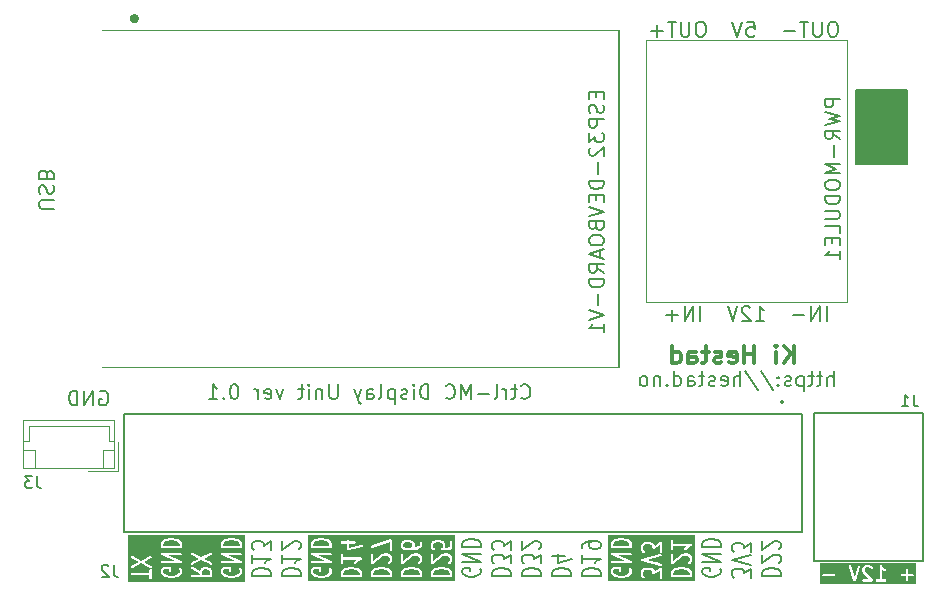
<source format=gbr>
%TF.GenerationSoftware,KiCad,Pcbnew,7.0.6*%
%TF.CreationDate,2023-07-22T23:51:01+02:00*%
%TF.ProjectId,Ctrl-MC Dsiplay Module PCB ver1,4374726c-2d4d-4432-9044-7369706c6179,rev?*%
%TF.SameCoordinates,Original*%
%TF.FileFunction,Legend,Bot*%
%TF.FilePolarity,Positive*%
%FSLAX46Y46*%
G04 Gerber Fmt 4.6, Leading zero omitted, Abs format (unit mm)*
G04 Created by KiCad (PCBNEW 7.0.6) date 2023-07-22 23:51:01*
%MOMM*%
%LPD*%
G01*
G04 APERTURE LIST*
%ADD10C,0.150000*%
%ADD11C,0.200000*%
%ADD12C,0.300000*%
%ADD13C,0.152400*%
%ADD14C,0.100000*%
%ADD15C,0.127000*%
%ADD16C,0.400000*%
%ADD17C,0.120000*%
G04 APERTURE END LIST*
D10*
X184700000Y-75300000D02*
X189000000Y-75300000D01*
X189000000Y-81500000D01*
X184700000Y-81500000D01*
X184700000Y-75300000D01*
G36*
X184700000Y-75300000D02*
G01*
X189000000Y-75300000D01*
X189000000Y-81500000D01*
X184700000Y-81500000D01*
X184700000Y-75300000D01*
G37*
D11*
X162681861Y-75429197D02*
X162681861Y-75845863D01*
X163336623Y-76024435D02*
X163336623Y-75429197D01*
X163336623Y-75429197D02*
X162086623Y-75429197D01*
X162086623Y-75429197D02*
X162086623Y-76024435D01*
X163277100Y-76500625D02*
X163336623Y-76679196D01*
X163336623Y-76679196D02*
X163336623Y-76976815D01*
X163336623Y-76976815D02*
X163277100Y-77095863D01*
X163277100Y-77095863D02*
X163217576Y-77155387D01*
X163217576Y-77155387D02*
X163098528Y-77214910D01*
X163098528Y-77214910D02*
X162979480Y-77214910D01*
X162979480Y-77214910D02*
X162860433Y-77155387D01*
X162860433Y-77155387D02*
X162800909Y-77095863D01*
X162800909Y-77095863D02*
X162741385Y-76976815D01*
X162741385Y-76976815D02*
X162681861Y-76738720D01*
X162681861Y-76738720D02*
X162622338Y-76619672D01*
X162622338Y-76619672D02*
X162562814Y-76560149D01*
X162562814Y-76560149D02*
X162443766Y-76500625D01*
X162443766Y-76500625D02*
X162324719Y-76500625D01*
X162324719Y-76500625D02*
X162205671Y-76560149D01*
X162205671Y-76560149D02*
X162146147Y-76619672D01*
X162146147Y-76619672D02*
X162086623Y-76738720D01*
X162086623Y-76738720D02*
X162086623Y-77036339D01*
X162086623Y-77036339D02*
X162146147Y-77214910D01*
X163336623Y-77750625D02*
X162086623Y-77750625D01*
X162086623Y-77750625D02*
X162086623Y-78226815D01*
X162086623Y-78226815D02*
X162146147Y-78345863D01*
X162146147Y-78345863D02*
X162205671Y-78405386D01*
X162205671Y-78405386D02*
X162324719Y-78464910D01*
X162324719Y-78464910D02*
X162503290Y-78464910D01*
X162503290Y-78464910D02*
X162622338Y-78405386D01*
X162622338Y-78405386D02*
X162681861Y-78345863D01*
X162681861Y-78345863D02*
X162741385Y-78226815D01*
X162741385Y-78226815D02*
X162741385Y-77750625D01*
X162086623Y-78881577D02*
X162086623Y-79655386D01*
X162086623Y-79655386D02*
X162562814Y-79238720D01*
X162562814Y-79238720D02*
X162562814Y-79417291D01*
X162562814Y-79417291D02*
X162622338Y-79536339D01*
X162622338Y-79536339D02*
X162681861Y-79595863D01*
X162681861Y-79595863D02*
X162800909Y-79655386D01*
X162800909Y-79655386D02*
X163098528Y-79655386D01*
X163098528Y-79655386D02*
X163217576Y-79595863D01*
X163217576Y-79595863D02*
X163277100Y-79536339D01*
X163277100Y-79536339D02*
X163336623Y-79417291D01*
X163336623Y-79417291D02*
X163336623Y-79060148D01*
X163336623Y-79060148D02*
X163277100Y-78941101D01*
X163277100Y-78941101D02*
X163217576Y-78881577D01*
X162205671Y-80131577D02*
X162146147Y-80191101D01*
X162146147Y-80191101D02*
X162086623Y-80310148D01*
X162086623Y-80310148D02*
X162086623Y-80607767D01*
X162086623Y-80607767D02*
X162146147Y-80726815D01*
X162146147Y-80726815D02*
X162205671Y-80786339D01*
X162205671Y-80786339D02*
X162324719Y-80845862D01*
X162324719Y-80845862D02*
X162443766Y-80845862D01*
X162443766Y-80845862D02*
X162622338Y-80786339D01*
X162622338Y-80786339D02*
X163336623Y-80072053D01*
X163336623Y-80072053D02*
X163336623Y-80845862D01*
X162860433Y-81381577D02*
X162860433Y-82333958D01*
X163336623Y-82929196D02*
X162086623Y-82929196D01*
X162086623Y-82929196D02*
X162086623Y-83226815D01*
X162086623Y-83226815D02*
X162146147Y-83405386D01*
X162146147Y-83405386D02*
X162265195Y-83524434D01*
X162265195Y-83524434D02*
X162384242Y-83583957D01*
X162384242Y-83583957D02*
X162622338Y-83643481D01*
X162622338Y-83643481D02*
X162800909Y-83643481D01*
X162800909Y-83643481D02*
X163039004Y-83583957D01*
X163039004Y-83583957D02*
X163158052Y-83524434D01*
X163158052Y-83524434D02*
X163277100Y-83405386D01*
X163277100Y-83405386D02*
X163336623Y-83226815D01*
X163336623Y-83226815D02*
X163336623Y-82929196D01*
X162681861Y-84179196D02*
X162681861Y-84595862D01*
X163336623Y-84774434D02*
X163336623Y-84179196D01*
X163336623Y-84179196D02*
X162086623Y-84179196D01*
X162086623Y-84179196D02*
X162086623Y-84774434D01*
X162086623Y-85131576D02*
X163336623Y-85548243D01*
X163336623Y-85548243D02*
X162086623Y-85964909D01*
X162681861Y-86798243D02*
X162741385Y-86976815D01*
X162741385Y-86976815D02*
X162800909Y-87036338D01*
X162800909Y-87036338D02*
X162919957Y-87095862D01*
X162919957Y-87095862D02*
X163098528Y-87095862D01*
X163098528Y-87095862D02*
X163217576Y-87036338D01*
X163217576Y-87036338D02*
X163277100Y-86976815D01*
X163277100Y-86976815D02*
X163336623Y-86857767D01*
X163336623Y-86857767D02*
X163336623Y-86381577D01*
X163336623Y-86381577D02*
X162086623Y-86381577D01*
X162086623Y-86381577D02*
X162086623Y-86798243D01*
X162086623Y-86798243D02*
X162146147Y-86917291D01*
X162146147Y-86917291D02*
X162205671Y-86976815D01*
X162205671Y-86976815D02*
X162324719Y-87036338D01*
X162324719Y-87036338D02*
X162443766Y-87036338D01*
X162443766Y-87036338D02*
X162562814Y-86976815D01*
X162562814Y-86976815D02*
X162622338Y-86917291D01*
X162622338Y-86917291D02*
X162681861Y-86798243D01*
X162681861Y-86798243D02*
X162681861Y-86381577D01*
X162086623Y-87869672D02*
X162086623Y-88107767D01*
X162086623Y-88107767D02*
X162146147Y-88226815D01*
X162146147Y-88226815D02*
X162265195Y-88345862D01*
X162265195Y-88345862D02*
X162503290Y-88405386D01*
X162503290Y-88405386D02*
X162919957Y-88405386D01*
X162919957Y-88405386D02*
X163158052Y-88345862D01*
X163158052Y-88345862D02*
X163277100Y-88226815D01*
X163277100Y-88226815D02*
X163336623Y-88107767D01*
X163336623Y-88107767D02*
X163336623Y-87869672D01*
X163336623Y-87869672D02*
X163277100Y-87750624D01*
X163277100Y-87750624D02*
X163158052Y-87631577D01*
X163158052Y-87631577D02*
X162919957Y-87572053D01*
X162919957Y-87572053D02*
X162503290Y-87572053D01*
X162503290Y-87572053D02*
X162265195Y-87631577D01*
X162265195Y-87631577D02*
X162146147Y-87750624D01*
X162146147Y-87750624D02*
X162086623Y-87869672D01*
X162979480Y-88881577D02*
X162979480Y-89476815D01*
X163336623Y-88762529D02*
X162086623Y-89179196D01*
X162086623Y-89179196D02*
X163336623Y-89595862D01*
X163336623Y-90726815D02*
X162741385Y-90310149D01*
X163336623Y-90012530D02*
X162086623Y-90012530D01*
X162086623Y-90012530D02*
X162086623Y-90488720D01*
X162086623Y-90488720D02*
X162146147Y-90607768D01*
X162146147Y-90607768D02*
X162205671Y-90667291D01*
X162205671Y-90667291D02*
X162324719Y-90726815D01*
X162324719Y-90726815D02*
X162503290Y-90726815D01*
X162503290Y-90726815D02*
X162622338Y-90667291D01*
X162622338Y-90667291D02*
X162681861Y-90607768D01*
X162681861Y-90607768D02*
X162741385Y-90488720D01*
X162741385Y-90488720D02*
X162741385Y-90012530D01*
X163336623Y-91262530D02*
X162086623Y-91262530D01*
X162086623Y-91262530D02*
X162086623Y-91560149D01*
X162086623Y-91560149D02*
X162146147Y-91738720D01*
X162146147Y-91738720D02*
X162265195Y-91857768D01*
X162265195Y-91857768D02*
X162384242Y-91917291D01*
X162384242Y-91917291D02*
X162622338Y-91976815D01*
X162622338Y-91976815D02*
X162800909Y-91976815D01*
X162800909Y-91976815D02*
X163039004Y-91917291D01*
X163039004Y-91917291D02*
X163158052Y-91857768D01*
X163158052Y-91857768D02*
X163277100Y-91738720D01*
X163277100Y-91738720D02*
X163336623Y-91560149D01*
X163336623Y-91560149D02*
X163336623Y-91262530D01*
X162860433Y-92512530D02*
X162860433Y-93464911D01*
X162086623Y-93881577D02*
X163336623Y-94298244D01*
X163336623Y-94298244D02*
X162086623Y-94714910D01*
X163336623Y-95786339D02*
X163336623Y-95072054D01*
X163336623Y-95429197D02*
X162086623Y-95429197D01*
X162086623Y-95429197D02*
X162265195Y-95310149D01*
X162265195Y-95310149D02*
X162384242Y-95191101D01*
X162384242Y-95191101D02*
X162443766Y-95072054D01*
X136097561Y-116422707D02*
X137677561Y-116422707D01*
X137677561Y-116422707D02*
X137677561Y-116136993D01*
X137677561Y-116136993D02*
X137602323Y-115965564D01*
X137602323Y-115965564D02*
X137451847Y-115851279D01*
X137451847Y-115851279D02*
X137301371Y-115794136D01*
X137301371Y-115794136D02*
X137000419Y-115736993D01*
X137000419Y-115736993D02*
X136774704Y-115736993D01*
X136774704Y-115736993D02*
X136473752Y-115794136D01*
X136473752Y-115794136D02*
X136323276Y-115851279D01*
X136323276Y-115851279D02*
X136172800Y-115965564D01*
X136172800Y-115965564D02*
X136097561Y-116136993D01*
X136097561Y-116136993D02*
X136097561Y-116422707D01*
X136097561Y-114594136D02*
X136097561Y-115279850D01*
X136097561Y-114936993D02*
X137677561Y-114936993D01*
X137677561Y-114936993D02*
X137451847Y-115051279D01*
X137451847Y-115051279D02*
X137301371Y-115165564D01*
X137301371Y-115165564D02*
X137226133Y-115279850D01*
X137527085Y-114136993D02*
X137602323Y-114079850D01*
X137602323Y-114079850D02*
X137677561Y-113965565D01*
X137677561Y-113965565D02*
X137677561Y-113679850D01*
X137677561Y-113679850D02*
X137602323Y-113565565D01*
X137602323Y-113565565D02*
X137527085Y-113508422D01*
X137527085Y-113508422D02*
X137376609Y-113451279D01*
X137376609Y-113451279D02*
X137226133Y-113451279D01*
X137226133Y-113451279D02*
X137000419Y-113508422D01*
X137000419Y-113508422D02*
X136097561Y-114194136D01*
X136097561Y-114194136D02*
X136097561Y-113451279D01*
X133553761Y-116422707D02*
X135133761Y-116422707D01*
X135133761Y-116422707D02*
X135133761Y-116136993D01*
X135133761Y-116136993D02*
X135058523Y-115965564D01*
X135058523Y-115965564D02*
X134908047Y-115851279D01*
X134908047Y-115851279D02*
X134757571Y-115794136D01*
X134757571Y-115794136D02*
X134456619Y-115736993D01*
X134456619Y-115736993D02*
X134230904Y-115736993D01*
X134230904Y-115736993D02*
X133929952Y-115794136D01*
X133929952Y-115794136D02*
X133779476Y-115851279D01*
X133779476Y-115851279D02*
X133629000Y-115965564D01*
X133629000Y-115965564D02*
X133553761Y-116136993D01*
X133553761Y-116136993D02*
X133553761Y-116422707D01*
X133553761Y-114594136D02*
X133553761Y-115279850D01*
X133553761Y-114936993D02*
X135133761Y-114936993D01*
X135133761Y-114936993D02*
X134908047Y-115051279D01*
X134908047Y-115051279D02*
X134757571Y-115165564D01*
X134757571Y-115165564D02*
X134682333Y-115279850D01*
X135133761Y-114194136D02*
X135133761Y-113451279D01*
X135133761Y-113451279D02*
X134531857Y-113851279D01*
X134531857Y-113851279D02*
X134531857Y-113679850D01*
X134531857Y-113679850D02*
X134456619Y-113565565D01*
X134456619Y-113565565D02*
X134381380Y-113508422D01*
X134381380Y-113508422D02*
X134230904Y-113451279D01*
X134230904Y-113451279D02*
X133854714Y-113451279D01*
X133854714Y-113451279D02*
X133704238Y-113508422D01*
X133704238Y-113508422D02*
X133629000Y-113565565D01*
X133629000Y-113565565D02*
X133553761Y-113679850D01*
X133553761Y-113679850D02*
X133553761Y-114022707D01*
X133553761Y-114022707D02*
X133629000Y-114136993D01*
X133629000Y-114136993D02*
X133704238Y-114194136D01*
G36*
X142354086Y-115890742D02*
G01*
X142482853Y-115939641D01*
X142601180Y-116029509D01*
X142657561Y-116157971D01*
X142657561Y-116322707D01*
X141277561Y-116322707D01*
X141277561Y-116157972D01*
X141333942Y-116029509D01*
X141452267Y-115939642D01*
X141581036Y-115890742D01*
X141864115Y-115836993D01*
X142071008Y-115836993D01*
X142354086Y-115890742D01*
G37*
G36*
X144897886Y-115890742D02*
G01*
X145026653Y-115939641D01*
X145144980Y-116029509D01*
X145201361Y-116157971D01*
X145201361Y-116322707D01*
X143821361Y-116322707D01*
X143821361Y-116157972D01*
X143877742Y-116029509D01*
X143996067Y-115939642D01*
X144124836Y-115890742D01*
X144407915Y-115836993D01*
X144614808Y-115836993D01*
X144897886Y-115890742D01*
G37*
G36*
X147441686Y-115890742D02*
G01*
X147570453Y-115939641D01*
X147688780Y-116029509D01*
X147745161Y-116157971D01*
X147745161Y-116322707D01*
X146365161Y-116322707D01*
X146365161Y-116157972D01*
X146421542Y-116029509D01*
X146539867Y-115939642D01*
X146668636Y-115890742D01*
X146951715Y-115836993D01*
X147158608Y-115836993D01*
X147441686Y-115890742D01*
G37*
G36*
X149985486Y-115890742D02*
G01*
X150114253Y-115939641D01*
X150232580Y-116029509D01*
X150288961Y-116157971D01*
X150288961Y-116322707D01*
X148908961Y-116322707D01*
X148908961Y-116157972D01*
X148965342Y-116029509D01*
X149083667Y-115939642D01*
X149212436Y-115890742D01*
X149495515Y-115836993D01*
X149702408Y-115836993D01*
X149985486Y-115890742D01*
G37*
G36*
X147043788Y-113596785D02*
G01*
X147093905Y-113634848D01*
X147143257Y-113709812D01*
X147143257Y-113878459D01*
X147093905Y-113953423D01*
X147043788Y-113991486D01*
X146923956Y-114036993D01*
X146584462Y-114036993D01*
X146464629Y-113991486D01*
X146414511Y-113953422D01*
X146365161Y-113878460D01*
X146365161Y-113709811D01*
X146414511Y-113634849D01*
X146464629Y-113596785D01*
X146584462Y-113551279D01*
X146923956Y-113551279D01*
X147043788Y-113596785D01*
G37*
G36*
X139810286Y-113433599D02*
G01*
X139939053Y-113482498D01*
X140057380Y-113572366D01*
X140113761Y-113700828D01*
X140113761Y-113865564D01*
X138733761Y-113865564D01*
X138733761Y-113700829D01*
X138790142Y-113572366D01*
X138908467Y-113482499D01*
X139037236Y-113433599D01*
X139320315Y-113379850D01*
X139527208Y-113379850D01*
X139810286Y-113433599D01*
G37*
G36*
X150714675Y-116805564D02*
G01*
X138308047Y-116805564D01*
X138308047Y-116079850D01*
X138533761Y-116079850D01*
X138540141Y-116099489D01*
X138542192Y-116120039D01*
X138617431Y-116291468D01*
X138634163Y-116310250D01*
X138648517Y-116330915D01*
X138798993Y-116445200D01*
X138812680Y-116449970D01*
X138823975Y-116459050D01*
X138974451Y-116516193D01*
X138983422Y-116516631D01*
X138991298Y-116520952D01*
X139292250Y-116578095D01*
X139301774Y-116576883D01*
X139310904Y-116579850D01*
X139536619Y-116579850D01*
X139545748Y-116576883D01*
X139555273Y-116578095D01*
X139856225Y-116520952D01*
X139864101Y-116516630D01*
X139873072Y-116516193D01*
X140023548Y-116459050D01*
X140034843Y-116449970D01*
X140048530Y-116445200D01*
X140078146Y-116422707D01*
X141077561Y-116422707D01*
X141082455Y-116437769D01*
X141082455Y-116453609D01*
X141091764Y-116466422D01*
X141096659Y-116481486D01*
X141109472Y-116490795D01*
X141118782Y-116503609D01*
X141133845Y-116508503D01*
X141146659Y-116517813D01*
X141162498Y-116517813D01*
X141177561Y-116522707D01*
X142757561Y-116522707D01*
X142772624Y-116517813D01*
X142788463Y-116517813D01*
X142801276Y-116508503D01*
X142816340Y-116503609D01*
X142825649Y-116490795D01*
X142838463Y-116481486D01*
X142843357Y-116466422D01*
X142852667Y-116453609D01*
X142852667Y-116437769D01*
X142857561Y-116422707D01*
X143621361Y-116422707D01*
X143626255Y-116437769D01*
X143626255Y-116453609D01*
X143635564Y-116466422D01*
X143640459Y-116481486D01*
X143653272Y-116490795D01*
X143662582Y-116503609D01*
X143677645Y-116508503D01*
X143690459Y-116517813D01*
X143706298Y-116517813D01*
X143721361Y-116522707D01*
X145301361Y-116522707D01*
X145316424Y-116517813D01*
X145332263Y-116517813D01*
X145345076Y-116508503D01*
X145360140Y-116503609D01*
X145369449Y-116490795D01*
X145382263Y-116481486D01*
X145387157Y-116466422D01*
X145396467Y-116453609D01*
X145396467Y-116437769D01*
X145401361Y-116422707D01*
X146165161Y-116422707D01*
X146170055Y-116437769D01*
X146170055Y-116453609D01*
X146179364Y-116466422D01*
X146184259Y-116481486D01*
X146197072Y-116490795D01*
X146206382Y-116503609D01*
X146221445Y-116508503D01*
X146234259Y-116517813D01*
X146250098Y-116517813D01*
X146265161Y-116522707D01*
X147845161Y-116522707D01*
X147860224Y-116517813D01*
X147876063Y-116517813D01*
X147888876Y-116508503D01*
X147903940Y-116503609D01*
X147913249Y-116490795D01*
X147926063Y-116481486D01*
X147930957Y-116466422D01*
X147940267Y-116453609D01*
X147940267Y-116437769D01*
X147945161Y-116422707D01*
X148708961Y-116422707D01*
X148713855Y-116437769D01*
X148713855Y-116453609D01*
X148723164Y-116466422D01*
X148728059Y-116481486D01*
X148740872Y-116490795D01*
X148750182Y-116503609D01*
X148765245Y-116508503D01*
X148778059Y-116517813D01*
X148793898Y-116517813D01*
X148808961Y-116522707D01*
X150388961Y-116522707D01*
X150404024Y-116517813D01*
X150419863Y-116517813D01*
X150432676Y-116508503D01*
X150447740Y-116503609D01*
X150457049Y-116490795D01*
X150469863Y-116481486D01*
X150474757Y-116466422D01*
X150484067Y-116453609D01*
X150484067Y-116437769D01*
X150488961Y-116422707D01*
X150488961Y-116136993D01*
X150482579Y-116117353D01*
X150480530Y-116096805D01*
X150405292Y-115925376D01*
X150388557Y-115906590D01*
X150374205Y-115885928D01*
X150223730Y-115771643D01*
X150210043Y-115766872D01*
X150198748Y-115757793D01*
X150048272Y-115700650D01*
X150039301Y-115700212D01*
X150031425Y-115695891D01*
X149730473Y-115638748D01*
X149720948Y-115639959D01*
X149711819Y-115636993D01*
X149486104Y-115636993D01*
X149476974Y-115639959D01*
X149467450Y-115638748D01*
X149166498Y-115695891D01*
X149158622Y-115700211D01*
X149149651Y-115700650D01*
X148999175Y-115757793D01*
X148987880Y-115766872D01*
X148974193Y-115771643D01*
X148823717Y-115885928D01*
X148809363Y-115906592D01*
X148792631Y-115925375D01*
X148717392Y-116096804D01*
X148715341Y-116117353D01*
X148708961Y-116136993D01*
X148708961Y-116422707D01*
X147945161Y-116422707D01*
X147945161Y-116136993D01*
X147938779Y-116117353D01*
X147936730Y-116096805D01*
X147861492Y-115925376D01*
X147844757Y-115906590D01*
X147830405Y-115885928D01*
X147679930Y-115771643D01*
X147666243Y-115766872D01*
X147654948Y-115757793D01*
X147504472Y-115700650D01*
X147495501Y-115700212D01*
X147487625Y-115695891D01*
X147186673Y-115638748D01*
X147177148Y-115639959D01*
X147168019Y-115636993D01*
X146942304Y-115636993D01*
X146933174Y-115639959D01*
X146923650Y-115638748D01*
X146622698Y-115695891D01*
X146614822Y-115700211D01*
X146605851Y-115700650D01*
X146455375Y-115757793D01*
X146444080Y-115766872D01*
X146430393Y-115771643D01*
X146279917Y-115885928D01*
X146265563Y-115906592D01*
X146248831Y-115925375D01*
X146173592Y-116096804D01*
X146171541Y-116117353D01*
X146165161Y-116136993D01*
X146165161Y-116422707D01*
X145401361Y-116422707D01*
X145401361Y-116136993D01*
X145394979Y-116117353D01*
X145392930Y-116096805D01*
X145317692Y-115925376D01*
X145300957Y-115906590D01*
X145286605Y-115885928D01*
X145136130Y-115771643D01*
X145122443Y-115766872D01*
X145111148Y-115757793D01*
X144960672Y-115700650D01*
X144951701Y-115700212D01*
X144943825Y-115695891D01*
X144642873Y-115638748D01*
X144633348Y-115639959D01*
X144624219Y-115636993D01*
X144398504Y-115636993D01*
X144389374Y-115639959D01*
X144379850Y-115638748D01*
X144078898Y-115695891D01*
X144071022Y-115700211D01*
X144062051Y-115700650D01*
X143911575Y-115757793D01*
X143900280Y-115766872D01*
X143886593Y-115771643D01*
X143736117Y-115885928D01*
X143721763Y-115906592D01*
X143705031Y-115925375D01*
X143629792Y-116096804D01*
X143627741Y-116117353D01*
X143621361Y-116136993D01*
X143621361Y-116422707D01*
X142857561Y-116422707D01*
X142857561Y-116136993D01*
X142851179Y-116117353D01*
X142849130Y-116096805D01*
X142773892Y-115925376D01*
X142757157Y-115906590D01*
X142742805Y-115885928D01*
X142592330Y-115771643D01*
X142578643Y-115766872D01*
X142567348Y-115757793D01*
X142416872Y-115700650D01*
X142407901Y-115700212D01*
X142400025Y-115695891D01*
X142099073Y-115638748D01*
X142089548Y-115639959D01*
X142080419Y-115636993D01*
X141854704Y-115636993D01*
X141845574Y-115639959D01*
X141836050Y-115638748D01*
X141535098Y-115695891D01*
X141527222Y-115700211D01*
X141518251Y-115700650D01*
X141367775Y-115757793D01*
X141356480Y-115766872D01*
X141342793Y-115771643D01*
X141192317Y-115885928D01*
X141177963Y-115906592D01*
X141161231Y-115925375D01*
X141085992Y-116096804D01*
X141083941Y-116117353D01*
X141077561Y-116136993D01*
X141077561Y-116422707D01*
X140078146Y-116422707D01*
X140199005Y-116330915D01*
X140213357Y-116310252D01*
X140230092Y-116291467D01*
X140305330Y-116120038D01*
X140307379Y-116099489D01*
X140313761Y-116079850D01*
X140313761Y-115908422D01*
X140304888Y-115881115D01*
X140297286Y-115853435D01*
X140222048Y-115739149D01*
X140173776Y-115700555D01*
X140112038Y-115697707D01*
X140060416Y-115731691D01*
X140038629Y-115789526D01*
X140054998Y-115849123D01*
X140113761Y-115938383D01*
X140113761Y-116058871D01*
X140057380Y-116187333D01*
X139939053Y-116277201D01*
X139810286Y-116326100D01*
X139527208Y-116379850D01*
X139320315Y-116379850D01*
X139037236Y-116326100D01*
X138908467Y-116277200D01*
X138790142Y-116187333D01*
X138733761Y-116058870D01*
X138733761Y-115986543D01*
X138790142Y-115858080D01*
X138817908Y-115836993D01*
X139210904Y-115836993D01*
X139210904Y-115965564D01*
X139230002Y-116024343D01*
X139280002Y-116060670D01*
X139341806Y-116060670D01*
X139391806Y-116024343D01*
X139410904Y-115965564D01*
X139410904Y-115736993D01*
X139406010Y-115721930D01*
X139406010Y-115706091D01*
X139396700Y-115693277D01*
X139391806Y-115678214D01*
X139378992Y-115668904D01*
X139369683Y-115656091D01*
X139354619Y-115651196D01*
X139341806Y-115641887D01*
X139325967Y-115641887D01*
X139310904Y-115636993D01*
X138784238Y-115636993D01*
X138783180Y-115637336D01*
X138782115Y-115637015D01*
X138753877Y-115646857D01*
X138725459Y-115656091D01*
X138724805Y-115656990D01*
X138723755Y-115657357D01*
X138648517Y-115714500D01*
X138634164Y-115735163D01*
X138617431Y-115753947D01*
X138542192Y-115925375D01*
X138540141Y-115945925D01*
X138533761Y-115965564D01*
X138533761Y-116079850D01*
X138308047Y-116079850D01*
X138308047Y-114527477D01*
X138534214Y-114527477D01*
X138538655Y-114547444D01*
X138538655Y-114567895D01*
X138545210Y-114576917D01*
X138547632Y-114587806D01*
X138562959Y-114601347D01*
X138574982Y-114617895D01*
X138585591Y-114621342D01*
X138593949Y-114628726D01*
X139732164Y-115122707D01*
X138633761Y-115122707D01*
X138574982Y-115141805D01*
X138538655Y-115191805D01*
X138538655Y-115253609D01*
X138574982Y-115303609D01*
X138633761Y-115322707D01*
X140213761Y-115322707D01*
X140224368Y-115319260D01*
X140235472Y-115320322D01*
X140253087Y-115309929D01*
X140272540Y-115303609D01*
X140279096Y-115294585D01*
X140288702Y-115288918D01*
X140292637Y-115279850D01*
X141077561Y-115279850D01*
X141096659Y-115338629D01*
X141146659Y-115374956D01*
X141208463Y-115374956D01*
X141258463Y-115338629D01*
X141277561Y-115279850D01*
X141277561Y-115036993D01*
X142385319Y-115036993D01*
X142320888Y-115085928D01*
X142311160Y-115099931D01*
X142297846Y-115110577D01*
X142222608Y-115224863D01*
X142206239Y-115284460D01*
X142228026Y-115342295D01*
X142279648Y-115376279D01*
X142341386Y-115373431D01*
X142386961Y-115336993D01*
X143621361Y-115336993D01*
X143626573Y-115353036D01*
X143626932Y-115369907D01*
X143635885Y-115381695D01*
X143640459Y-115395772D01*
X143654108Y-115405688D01*
X143664313Y-115419125D01*
X143678484Y-115423399D01*
X143690459Y-115432099D01*
X143707330Y-115432099D01*
X143723484Y-115436971D01*
X143737461Y-115432099D01*
X143752263Y-115432099D01*
X143765912Y-115422182D01*
X143781844Y-115416629D01*
X144668491Y-114743225D01*
X144862396Y-114694136D01*
X144982061Y-114694136D01*
X145101891Y-114739641D01*
X145152010Y-114777706D01*
X145201361Y-114852669D01*
X145201361Y-115078459D01*
X145152010Y-115153422D01*
X145090402Y-115200214D01*
X145055144Y-115250975D01*
X145056456Y-115312764D01*
X145093837Y-115361982D01*
X145153008Y-115379828D01*
X145211368Y-115359486D01*
X145240983Y-115336993D01*
X146165161Y-115336993D01*
X146170373Y-115353036D01*
X146170732Y-115369907D01*
X146179685Y-115381695D01*
X146184259Y-115395772D01*
X146197908Y-115405688D01*
X146208113Y-115419125D01*
X146222284Y-115423399D01*
X146234259Y-115432099D01*
X146251130Y-115432099D01*
X146267284Y-115436971D01*
X146281261Y-115432099D01*
X146296063Y-115432099D01*
X146309712Y-115422182D01*
X146325644Y-115416629D01*
X147212291Y-114743225D01*
X147406196Y-114694136D01*
X147525861Y-114694136D01*
X147645691Y-114739641D01*
X147695810Y-114777706D01*
X147745161Y-114852669D01*
X147745161Y-115078459D01*
X147695810Y-115153422D01*
X147634202Y-115200214D01*
X147598944Y-115250975D01*
X147600256Y-115312764D01*
X147637637Y-115361982D01*
X147696808Y-115379828D01*
X147755168Y-115359486D01*
X147784783Y-115336993D01*
X148708961Y-115336993D01*
X148714173Y-115353036D01*
X148714532Y-115369907D01*
X148723485Y-115381695D01*
X148728059Y-115395772D01*
X148741708Y-115405688D01*
X148751913Y-115419125D01*
X148766084Y-115423399D01*
X148778059Y-115432099D01*
X148794930Y-115432099D01*
X148811084Y-115436971D01*
X148825061Y-115432099D01*
X148839863Y-115432099D01*
X148853512Y-115422182D01*
X148869444Y-115416629D01*
X149756091Y-114743225D01*
X149949996Y-114694136D01*
X150069661Y-114694136D01*
X150189491Y-114739641D01*
X150239610Y-114777706D01*
X150288961Y-114852669D01*
X150288961Y-115078459D01*
X150239610Y-115153422D01*
X150178002Y-115200214D01*
X150142744Y-115250975D01*
X150144056Y-115312764D01*
X150181437Y-115361982D01*
X150240608Y-115379828D01*
X150298968Y-115359486D01*
X150374206Y-115302342D01*
X150383931Y-115288340D01*
X150397248Y-115277694D01*
X150472486Y-115163409D01*
X150480089Y-115135726D01*
X150488961Y-115108422D01*
X150488961Y-114822707D01*
X150480089Y-114795402D01*
X150472486Y-114767720D01*
X150397248Y-114653435D01*
X150383931Y-114642788D01*
X150374206Y-114628787D01*
X150298968Y-114571643D01*
X150285281Y-114566872D01*
X150273986Y-114557793D01*
X150123510Y-114500650D01*
X150105325Y-114499762D01*
X150088009Y-114494136D01*
X149937533Y-114494136D01*
X149925556Y-114498027D01*
X149912991Y-114497194D01*
X149687277Y-114554337D01*
X149670290Y-114565036D01*
X149651337Y-114571643D01*
X148908961Y-115135471D01*
X148908961Y-114594136D01*
X148889863Y-114535357D01*
X148839863Y-114499030D01*
X148778059Y-114499030D01*
X148728059Y-114535357D01*
X148708961Y-114594136D01*
X148708961Y-115336993D01*
X147784783Y-115336993D01*
X147830406Y-115302342D01*
X147840131Y-115288340D01*
X147853448Y-115277694D01*
X147928686Y-115163409D01*
X147936289Y-115135726D01*
X147945161Y-115108422D01*
X147945161Y-114822707D01*
X147936289Y-114795402D01*
X147928686Y-114767720D01*
X147853448Y-114653435D01*
X147840131Y-114642788D01*
X147830406Y-114628787D01*
X147755168Y-114571643D01*
X147741481Y-114566872D01*
X147730186Y-114557793D01*
X147579710Y-114500650D01*
X147561525Y-114499762D01*
X147544209Y-114494136D01*
X147393733Y-114494136D01*
X147381756Y-114498027D01*
X147369191Y-114497194D01*
X147143477Y-114554337D01*
X147126490Y-114565036D01*
X147107537Y-114571643D01*
X146365161Y-115135471D01*
X146365161Y-114594136D01*
X146346063Y-114535357D01*
X146296063Y-114499030D01*
X146234259Y-114499030D01*
X146184259Y-114535357D01*
X146165161Y-114594136D01*
X146165161Y-115336993D01*
X145240983Y-115336993D01*
X145286606Y-115302342D01*
X145296331Y-115288340D01*
X145309648Y-115277694D01*
X145384886Y-115163409D01*
X145392489Y-115135726D01*
X145401361Y-115108422D01*
X145401361Y-114822707D01*
X145392489Y-114795402D01*
X145384886Y-114767720D01*
X145309648Y-114653435D01*
X145296331Y-114642788D01*
X145286606Y-114628787D01*
X145211368Y-114571643D01*
X145197681Y-114566872D01*
X145186386Y-114557793D01*
X145035910Y-114500650D01*
X145017725Y-114499762D01*
X145000409Y-114494136D01*
X144849933Y-114494136D01*
X144837956Y-114498027D01*
X144825391Y-114497194D01*
X144599677Y-114554337D01*
X144582690Y-114565036D01*
X144563737Y-114571643D01*
X143821361Y-115135471D01*
X143821361Y-114594136D01*
X143802263Y-114535357D01*
X143752263Y-114499030D01*
X143690459Y-114499030D01*
X143640459Y-114535357D01*
X143621361Y-114594136D01*
X143621361Y-115336993D01*
X142386961Y-115336993D01*
X142389658Y-115334837D01*
X142455483Y-115234848D01*
X142585106Y-115136400D01*
X142802733Y-115026209D01*
X142808543Y-115020428D01*
X142816340Y-115017895D01*
X142830035Y-114999045D01*
X142846546Y-114982618D01*
X142847848Y-114974527D01*
X142852667Y-114967895D01*
X142852667Y-114944596D01*
X142856369Y-114921601D01*
X142852667Y-114914289D01*
X142852667Y-114906091D01*
X142838972Y-114887241D01*
X142828451Y-114866462D01*
X142821158Y-114862722D01*
X142816340Y-114856091D01*
X142794183Y-114848892D01*
X142773455Y-114838264D01*
X142765355Y-114839525D01*
X142757561Y-114836993D01*
X141277561Y-114836993D01*
X141277561Y-114594136D01*
X141258463Y-114535357D01*
X141208463Y-114499030D01*
X141146659Y-114499030D01*
X141096659Y-114535357D01*
X141077561Y-114594136D01*
X141077561Y-115279850D01*
X140292637Y-115279850D01*
X140296843Y-115270157D01*
X140308867Y-115253609D01*
X140308867Y-115242453D01*
X140313307Y-115232223D01*
X140308867Y-115212260D01*
X140308867Y-115191805D01*
X140302310Y-115182780D01*
X140299889Y-115171894D01*
X140284563Y-115158353D01*
X140272540Y-115141805D01*
X140261930Y-115138357D01*
X140253573Y-115130974D01*
X139115358Y-114636993D01*
X140213761Y-114636993D01*
X140272540Y-114617895D01*
X140308867Y-114567895D01*
X140308867Y-114506091D01*
X140272540Y-114456091D01*
X140213761Y-114436993D01*
X138633761Y-114436993D01*
X138623153Y-114440439D01*
X138612050Y-114439378D01*
X138594434Y-114449770D01*
X138574982Y-114456091D01*
X138568425Y-114465114D01*
X138558820Y-114470782D01*
X138550677Y-114489543D01*
X138538655Y-114506091D01*
X138538655Y-114517244D01*
X138534214Y-114527477D01*
X138308047Y-114527477D01*
X138308047Y-113965564D01*
X138533761Y-113965564D01*
X138538655Y-113980626D01*
X138538655Y-113996466D01*
X138547964Y-114009279D01*
X138552859Y-114024343D01*
X138565672Y-114033652D01*
X138574982Y-114046466D01*
X138590045Y-114051360D01*
X138602859Y-114060670D01*
X138618698Y-114060670D01*
X138633761Y-114065564D01*
X140213761Y-114065564D01*
X140228824Y-114060670D01*
X140244663Y-114060670D01*
X140257476Y-114051360D01*
X140272540Y-114046466D01*
X140281849Y-114033652D01*
X140294663Y-114024343D01*
X140299557Y-114009279D01*
X140308867Y-113996466D01*
X140308867Y-113980626D01*
X140313761Y-113965564D01*
X140313761Y-113679850D01*
X140307379Y-113660210D01*
X140305330Y-113639662D01*
X140286372Y-113596467D01*
X141082455Y-113596467D01*
X141118782Y-113646467D01*
X141177561Y-113665565D01*
X141604228Y-113665565D01*
X141604228Y-114136993D01*
X141612804Y-114163389D01*
X141619615Y-114190291D01*
X141622261Y-114192495D01*
X141623326Y-114195772D01*
X141645781Y-114212087D01*
X141667102Y-114229846D01*
X141670538Y-114230073D01*
X141673326Y-114232099D01*
X141701080Y-114232099D01*
X141728770Y-114233935D01*
X142857343Y-113948221D01*
X142909637Y-113915281D01*
X142912359Y-113908474D01*
X143621361Y-113908474D01*
X143640490Y-113967243D01*
X143690509Y-114003544D01*
X143752312Y-114003511D01*
X145201361Y-113531849D01*
X145201361Y-114194136D01*
X145220459Y-114252915D01*
X145270459Y-114289242D01*
X145332263Y-114289242D01*
X145382263Y-114252915D01*
X145401361Y-114194136D01*
X145401361Y-113908422D01*
X146165161Y-113908422D01*
X146174034Y-113935731D01*
X146181637Y-113963410D01*
X146256875Y-114077695D01*
X146270191Y-114088341D01*
X146279917Y-114102343D01*
X146355155Y-114159486D01*
X146368842Y-114164256D01*
X146380137Y-114173336D01*
X146530613Y-114230479D01*
X146548798Y-114231366D01*
X146566114Y-114236993D01*
X147168019Y-114236993D01*
X147177148Y-114234026D01*
X147186673Y-114235238D01*
X147487625Y-114178095D01*
X147500092Y-114171254D01*
X147514143Y-114169066D01*
X147739858Y-114054781D01*
X147746423Y-114048249D01*
X147755168Y-114045201D01*
X147830406Y-113988057D01*
X147840131Y-113974055D01*
X147850751Y-113965565D01*
X148708961Y-113965565D01*
X148717834Y-113992874D01*
X148725437Y-114020553D01*
X148800675Y-114134838D01*
X148813991Y-114145484D01*
X148823717Y-114159486D01*
X148898955Y-114216629D01*
X148957315Y-114236971D01*
X149016486Y-114219125D01*
X149053867Y-114169907D01*
X149055179Y-114108118D01*
X149019921Y-114057358D01*
X148958311Y-114010565D01*
X148908961Y-113935603D01*
X148908961Y-113709811D01*
X148958311Y-113634849D01*
X149008429Y-113596785D01*
X149128262Y-113551279D01*
X149467756Y-113551279D01*
X149587588Y-113596785D01*
X149637705Y-113634848D01*
X149687057Y-113709812D01*
X149687057Y-113935602D01*
X149637705Y-114010566D01*
X149576098Y-114057357D01*
X149574475Y-114059693D01*
X149571843Y-114060775D01*
X149556985Y-114084872D01*
X149540839Y-114108117D01*
X149540899Y-114110961D01*
X149539407Y-114113382D01*
X149541549Y-114141601D01*
X149542151Y-114169906D01*
X149543871Y-114172171D01*
X149544087Y-114175009D01*
X149562417Y-114196590D01*
X149579532Y-114219124D01*
X149582254Y-114219945D01*
X149584097Y-114222114D01*
X149611601Y-114228796D01*
X149638702Y-114236971D01*
X149641388Y-114236034D01*
X149644153Y-114236706D01*
X150396534Y-114179563D01*
X150407743Y-114174956D01*
X150419863Y-114174956D01*
X150435650Y-114163485D01*
X150453698Y-114156068D01*
X150460058Y-114145752D01*
X150469863Y-114138629D01*
X150475892Y-114120071D01*
X150486134Y-114103461D01*
X150485216Y-114091375D01*
X150488961Y-114079850D01*
X150488961Y-113508422D01*
X150469863Y-113449643D01*
X150419863Y-113413316D01*
X150358059Y-113413316D01*
X150308059Y-113449643D01*
X150288961Y-113508422D01*
X150288961Y-113987156D01*
X149871036Y-114018897D01*
X149878185Y-113992869D01*
X149887057Y-113965565D01*
X149887057Y-113679850D01*
X149878185Y-113652545D01*
X149870582Y-113624863D01*
X149795344Y-113510578D01*
X149782029Y-113499932D01*
X149772302Y-113485929D01*
X149697062Y-113428786D01*
X149683376Y-113424015D01*
X149672081Y-113414936D01*
X149521605Y-113357793D01*
X149503420Y-113356905D01*
X149486104Y-113351279D01*
X149109914Y-113351279D01*
X149092598Y-113356905D01*
X149074413Y-113357793D01*
X148923937Y-113414936D01*
X148912642Y-113424015D01*
X148898955Y-113428786D01*
X148823717Y-113485929D01*
X148813991Y-113499930D01*
X148800675Y-113510577D01*
X148725437Y-113624862D01*
X148717834Y-113652540D01*
X148708961Y-113679850D01*
X148708961Y-113965565D01*
X147850751Y-113965565D01*
X147853448Y-113963409D01*
X147928686Y-113849123D01*
X147936288Y-113821442D01*
X147945161Y-113794136D01*
X147945161Y-113565565D01*
X147926063Y-113506786D01*
X147876063Y-113470459D01*
X147814259Y-113470459D01*
X147764259Y-113506786D01*
X147745161Y-113565565D01*
X147745161Y-113764174D01*
X147695810Y-113839137D01*
X147641420Y-113880446D01*
X147436419Y-113984243D01*
X147295443Y-114011011D01*
X147326782Y-113963409D01*
X147334385Y-113935726D01*
X147343257Y-113908422D01*
X147343257Y-113679850D01*
X147334385Y-113652545D01*
X147326782Y-113624863D01*
X147251544Y-113510578D01*
X147238229Y-113499932D01*
X147228502Y-113485929D01*
X147153262Y-113428786D01*
X147139576Y-113424015D01*
X147128281Y-113414936D01*
X146977805Y-113357793D01*
X146959620Y-113356905D01*
X146942304Y-113351279D01*
X146566114Y-113351279D01*
X146548798Y-113356905D01*
X146530613Y-113357793D01*
X146380137Y-113414936D01*
X146368842Y-113424015D01*
X146355155Y-113428786D01*
X146279917Y-113485929D01*
X146270191Y-113499930D01*
X146256875Y-113510577D01*
X146181637Y-113624862D01*
X146174034Y-113652540D01*
X146165161Y-113679850D01*
X146165161Y-113908422D01*
X145401361Y-113908422D01*
X145401361Y-113394136D01*
X145401353Y-113394111D01*
X145401362Y-113394084D01*
X145391366Y-113363376D01*
X145382263Y-113335357D01*
X145382241Y-113335341D01*
X145382233Y-113335315D01*
X145356844Y-113316889D01*
X145332263Y-113299030D01*
X145332236Y-113299030D01*
X145332214Y-113299014D01*
X145301312Y-113299030D01*
X145270459Y-113299030D01*
X145270436Y-113299045D01*
X145270410Y-113299046D01*
X143690410Y-113813333D01*
X143640428Y-113849686D01*
X143621361Y-113908474D01*
X142912359Y-113908474D01*
X142932582Y-113857895D01*
X142917414Y-113797981D01*
X142869927Y-113758426D01*
X142808258Y-113754337D01*
X141804228Y-114008521D01*
X141804228Y-113665565D01*
X142230895Y-113665565D01*
X142289674Y-113646467D01*
X142326001Y-113596467D01*
X142326001Y-113534663D01*
X142289674Y-113484663D01*
X142230895Y-113465565D01*
X141804228Y-113465565D01*
X141804228Y-113394136D01*
X141785130Y-113335357D01*
X141735130Y-113299030D01*
X141673326Y-113299030D01*
X141623326Y-113335357D01*
X141604228Y-113394136D01*
X141604228Y-113465565D01*
X141177561Y-113465565D01*
X141118782Y-113484663D01*
X141082455Y-113534663D01*
X141082455Y-113596467D01*
X140286372Y-113596467D01*
X140230092Y-113468233D01*
X140213357Y-113449447D01*
X140199005Y-113428785D01*
X140048530Y-113314500D01*
X140034843Y-113309729D01*
X140023548Y-113300650D01*
X139873072Y-113243507D01*
X139864101Y-113243069D01*
X139856225Y-113238748D01*
X139555273Y-113181605D01*
X139545748Y-113182816D01*
X139536619Y-113179850D01*
X139310904Y-113179850D01*
X139301774Y-113182816D01*
X139292250Y-113181605D01*
X138991298Y-113238748D01*
X138983422Y-113243068D01*
X138974451Y-113243507D01*
X138823975Y-113300650D01*
X138812680Y-113309729D01*
X138798993Y-113314500D01*
X138648517Y-113428785D01*
X138634163Y-113449449D01*
X138617431Y-113468232D01*
X138542192Y-113639661D01*
X138540141Y-113660210D01*
X138533761Y-113679850D01*
X138533761Y-113965564D01*
X138308047Y-113965564D01*
X138308047Y-112954136D01*
X150714675Y-112954136D01*
X150714675Y-116805564D01*
G37*
X161508961Y-116422707D02*
X163088961Y-116422707D01*
X163088961Y-116422707D02*
X163088961Y-116136993D01*
X163088961Y-116136993D02*
X163013723Y-115965564D01*
X163013723Y-115965564D02*
X162863247Y-115851279D01*
X162863247Y-115851279D02*
X162712771Y-115794136D01*
X162712771Y-115794136D02*
X162411819Y-115736993D01*
X162411819Y-115736993D02*
X162186104Y-115736993D01*
X162186104Y-115736993D02*
X161885152Y-115794136D01*
X161885152Y-115794136D02*
X161734676Y-115851279D01*
X161734676Y-115851279D02*
X161584200Y-115965564D01*
X161584200Y-115965564D02*
X161508961Y-116136993D01*
X161508961Y-116136993D02*
X161508961Y-116422707D01*
X161508961Y-114594136D02*
X161508961Y-115279850D01*
X161508961Y-114936993D02*
X163088961Y-114936993D01*
X163088961Y-114936993D02*
X162863247Y-115051279D01*
X162863247Y-115051279D02*
X162712771Y-115165564D01*
X162712771Y-115165564D02*
X162637533Y-115279850D01*
X161508961Y-114022707D02*
X161508961Y-113794136D01*
X161508961Y-113794136D02*
X161584200Y-113679850D01*
X161584200Y-113679850D02*
X161659438Y-113622707D01*
X161659438Y-113622707D02*
X161885152Y-113508422D01*
X161885152Y-113508422D02*
X162186104Y-113451279D01*
X162186104Y-113451279D02*
X162788009Y-113451279D01*
X162788009Y-113451279D02*
X162938485Y-113508422D01*
X162938485Y-113508422D02*
X163013723Y-113565565D01*
X163013723Y-113565565D02*
X163088961Y-113679850D01*
X163088961Y-113679850D02*
X163088961Y-113908422D01*
X163088961Y-113908422D02*
X163013723Y-114022707D01*
X163013723Y-114022707D02*
X162938485Y-114079850D01*
X162938485Y-114079850D02*
X162788009Y-114136993D01*
X162788009Y-114136993D02*
X162411819Y-114136993D01*
X162411819Y-114136993D02*
X162261342Y-114079850D01*
X162261342Y-114079850D02*
X162186104Y-114022707D01*
X162186104Y-114022707D02*
X162110866Y-113908422D01*
X162110866Y-113908422D02*
X162110866Y-113679850D01*
X162110866Y-113679850D02*
X162186104Y-113565565D01*
X162186104Y-113565565D02*
X162261342Y-113508422D01*
X162261342Y-113508422D02*
X162411819Y-113451279D01*
X158965161Y-116422707D02*
X160545161Y-116422707D01*
X160545161Y-116422707D02*
X160545161Y-116136993D01*
X160545161Y-116136993D02*
X160469923Y-115965564D01*
X160469923Y-115965564D02*
X160319447Y-115851279D01*
X160319447Y-115851279D02*
X160168971Y-115794136D01*
X160168971Y-115794136D02*
X159868019Y-115736993D01*
X159868019Y-115736993D02*
X159642304Y-115736993D01*
X159642304Y-115736993D02*
X159341352Y-115794136D01*
X159341352Y-115794136D02*
X159190876Y-115851279D01*
X159190876Y-115851279D02*
X159040400Y-115965564D01*
X159040400Y-115965564D02*
X158965161Y-116136993D01*
X158965161Y-116136993D02*
X158965161Y-116422707D01*
X160018495Y-114708422D02*
X158965161Y-114708422D01*
X160620400Y-114994136D02*
X159491828Y-115279850D01*
X159491828Y-115279850D02*
X159491828Y-114536993D01*
X156421361Y-116422707D02*
X158001361Y-116422707D01*
X158001361Y-116422707D02*
X158001361Y-116136993D01*
X158001361Y-116136993D02*
X157926123Y-115965564D01*
X157926123Y-115965564D02*
X157775647Y-115851279D01*
X157775647Y-115851279D02*
X157625171Y-115794136D01*
X157625171Y-115794136D02*
X157324219Y-115736993D01*
X157324219Y-115736993D02*
X157098504Y-115736993D01*
X157098504Y-115736993D02*
X156797552Y-115794136D01*
X156797552Y-115794136D02*
X156647076Y-115851279D01*
X156647076Y-115851279D02*
X156496600Y-115965564D01*
X156496600Y-115965564D02*
X156421361Y-116136993D01*
X156421361Y-116136993D02*
X156421361Y-116422707D01*
X158001361Y-115336993D02*
X158001361Y-114594136D01*
X158001361Y-114594136D02*
X157399457Y-114994136D01*
X157399457Y-114994136D02*
X157399457Y-114822707D01*
X157399457Y-114822707D02*
X157324219Y-114708422D01*
X157324219Y-114708422D02*
X157248980Y-114651279D01*
X157248980Y-114651279D02*
X157098504Y-114594136D01*
X157098504Y-114594136D02*
X156722314Y-114594136D01*
X156722314Y-114594136D02*
X156571838Y-114651279D01*
X156571838Y-114651279D02*
X156496600Y-114708422D01*
X156496600Y-114708422D02*
X156421361Y-114822707D01*
X156421361Y-114822707D02*
X156421361Y-115165564D01*
X156421361Y-115165564D02*
X156496600Y-115279850D01*
X156496600Y-115279850D02*
X156571838Y-115336993D01*
X157850885Y-114136993D02*
X157926123Y-114079850D01*
X157926123Y-114079850D02*
X158001361Y-113965565D01*
X158001361Y-113965565D02*
X158001361Y-113679850D01*
X158001361Y-113679850D02*
X157926123Y-113565565D01*
X157926123Y-113565565D02*
X157850885Y-113508422D01*
X157850885Y-113508422D02*
X157700409Y-113451279D01*
X157700409Y-113451279D02*
X157549933Y-113451279D01*
X157549933Y-113451279D02*
X157324219Y-113508422D01*
X157324219Y-113508422D02*
X156421361Y-114194136D01*
X156421361Y-114194136D02*
X156421361Y-113451279D01*
X153877561Y-116422707D02*
X155457561Y-116422707D01*
X155457561Y-116422707D02*
X155457561Y-116136993D01*
X155457561Y-116136993D02*
X155382323Y-115965564D01*
X155382323Y-115965564D02*
X155231847Y-115851279D01*
X155231847Y-115851279D02*
X155081371Y-115794136D01*
X155081371Y-115794136D02*
X154780419Y-115736993D01*
X154780419Y-115736993D02*
X154554704Y-115736993D01*
X154554704Y-115736993D02*
X154253752Y-115794136D01*
X154253752Y-115794136D02*
X154103276Y-115851279D01*
X154103276Y-115851279D02*
X153952800Y-115965564D01*
X153952800Y-115965564D02*
X153877561Y-116136993D01*
X153877561Y-116136993D02*
X153877561Y-116422707D01*
X155457561Y-115336993D02*
X155457561Y-114594136D01*
X155457561Y-114594136D02*
X154855657Y-114994136D01*
X154855657Y-114994136D02*
X154855657Y-114822707D01*
X154855657Y-114822707D02*
X154780419Y-114708422D01*
X154780419Y-114708422D02*
X154705180Y-114651279D01*
X154705180Y-114651279D02*
X154554704Y-114594136D01*
X154554704Y-114594136D02*
X154178514Y-114594136D01*
X154178514Y-114594136D02*
X154028038Y-114651279D01*
X154028038Y-114651279D02*
X153952800Y-114708422D01*
X153952800Y-114708422D02*
X153877561Y-114822707D01*
X153877561Y-114822707D02*
X153877561Y-115165564D01*
X153877561Y-115165564D02*
X153952800Y-115279850D01*
X153952800Y-115279850D02*
X154028038Y-115336993D01*
X155457561Y-114194136D02*
X155457561Y-113451279D01*
X155457561Y-113451279D02*
X154855657Y-113851279D01*
X154855657Y-113851279D02*
X154855657Y-113679850D01*
X154855657Y-113679850D02*
X154780419Y-113565565D01*
X154780419Y-113565565D02*
X154705180Y-113508422D01*
X154705180Y-113508422D02*
X154554704Y-113451279D01*
X154554704Y-113451279D02*
X154178514Y-113451279D01*
X154178514Y-113451279D02*
X154028038Y-113508422D01*
X154028038Y-113508422D02*
X153952800Y-113565565D01*
X153952800Y-113565565D02*
X153877561Y-113679850D01*
X153877561Y-113679850D02*
X153877561Y-114022707D01*
X153877561Y-114022707D02*
X153952800Y-114136993D01*
X153952800Y-114136993D02*
X154028038Y-114194136D01*
X152838523Y-115794136D02*
X152913761Y-115908422D01*
X152913761Y-115908422D02*
X152913761Y-116079850D01*
X152913761Y-116079850D02*
X152838523Y-116251279D01*
X152838523Y-116251279D02*
X152688047Y-116365564D01*
X152688047Y-116365564D02*
X152537571Y-116422707D01*
X152537571Y-116422707D02*
X152236619Y-116479850D01*
X152236619Y-116479850D02*
X152010904Y-116479850D01*
X152010904Y-116479850D02*
X151709952Y-116422707D01*
X151709952Y-116422707D02*
X151559476Y-116365564D01*
X151559476Y-116365564D02*
X151409000Y-116251279D01*
X151409000Y-116251279D02*
X151333761Y-116079850D01*
X151333761Y-116079850D02*
X151333761Y-115965564D01*
X151333761Y-115965564D02*
X151409000Y-115794136D01*
X151409000Y-115794136D02*
X151484238Y-115736993D01*
X151484238Y-115736993D02*
X152010904Y-115736993D01*
X152010904Y-115736993D02*
X152010904Y-115965564D01*
X151333761Y-115222707D02*
X152913761Y-115222707D01*
X152913761Y-115222707D02*
X151333761Y-114536993D01*
X151333761Y-114536993D02*
X152913761Y-114536993D01*
X151333761Y-113965564D02*
X152913761Y-113965564D01*
X152913761Y-113965564D02*
X152913761Y-113679850D01*
X152913761Y-113679850D02*
X152838523Y-113508421D01*
X152838523Y-113508421D02*
X152688047Y-113394136D01*
X152688047Y-113394136D02*
X152537571Y-113336993D01*
X152537571Y-113336993D02*
X152236619Y-113279850D01*
X152236619Y-113279850D02*
X152010904Y-113279850D01*
X152010904Y-113279850D02*
X151709952Y-113336993D01*
X151709952Y-113336993D02*
X151559476Y-113394136D01*
X151559476Y-113394136D02*
X151409000Y-113508421D01*
X151409000Y-113508421D02*
X151333761Y-113679850D01*
X151333761Y-113679850D02*
X151333761Y-113965564D01*
D12*
X179437341Y-98402537D02*
X179437341Y-96902537D01*
X178580198Y-98402537D02*
X179223055Y-97545394D01*
X178580198Y-96902537D02*
X179437341Y-97759680D01*
X177937341Y-98402537D02*
X177937341Y-97402537D01*
X177937341Y-96902537D02*
X178008769Y-96973966D01*
X178008769Y-96973966D02*
X177937341Y-97045394D01*
X177937341Y-97045394D02*
X177865912Y-96973966D01*
X177865912Y-96973966D02*
X177937341Y-96902537D01*
X177937341Y-96902537D02*
X177937341Y-97045394D01*
X176080198Y-98402537D02*
X176080198Y-96902537D01*
X176080198Y-97616823D02*
X175223055Y-97616823D01*
X175223055Y-98402537D02*
X175223055Y-96902537D01*
X173937340Y-98331109D02*
X174080197Y-98402537D01*
X174080197Y-98402537D02*
X174365912Y-98402537D01*
X174365912Y-98402537D02*
X174508769Y-98331109D01*
X174508769Y-98331109D02*
X174580197Y-98188251D01*
X174580197Y-98188251D02*
X174580197Y-97616823D01*
X174580197Y-97616823D02*
X174508769Y-97473966D01*
X174508769Y-97473966D02*
X174365912Y-97402537D01*
X174365912Y-97402537D02*
X174080197Y-97402537D01*
X174080197Y-97402537D02*
X173937340Y-97473966D01*
X173937340Y-97473966D02*
X173865912Y-97616823D01*
X173865912Y-97616823D02*
X173865912Y-97759680D01*
X173865912Y-97759680D02*
X174580197Y-97902537D01*
X173294483Y-98331109D02*
X173151626Y-98402537D01*
X173151626Y-98402537D02*
X172865912Y-98402537D01*
X172865912Y-98402537D02*
X172723055Y-98331109D01*
X172723055Y-98331109D02*
X172651626Y-98188251D01*
X172651626Y-98188251D02*
X172651626Y-98116823D01*
X172651626Y-98116823D02*
X172723055Y-97973966D01*
X172723055Y-97973966D02*
X172865912Y-97902537D01*
X172865912Y-97902537D02*
X173080198Y-97902537D01*
X173080198Y-97902537D02*
X173223055Y-97831109D01*
X173223055Y-97831109D02*
X173294483Y-97688251D01*
X173294483Y-97688251D02*
X173294483Y-97616823D01*
X173294483Y-97616823D02*
X173223055Y-97473966D01*
X173223055Y-97473966D02*
X173080198Y-97402537D01*
X173080198Y-97402537D02*
X172865912Y-97402537D01*
X172865912Y-97402537D02*
X172723055Y-97473966D01*
X172223054Y-97402537D02*
X171651626Y-97402537D01*
X172008769Y-96902537D02*
X172008769Y-98188251D01*
X172008769Y-98188251D02*
X171937340Y-98331109D01*
X171937340Y-98331109D02*
X171794483Y-98402537D01*
X171794483Y-98402537D02*
X171651626Y-98402537D01*
X170508769Y-98402537D02*
X170508769Y-97616823D01*
X170508769Y-97616823D02*
X170580197Y-97473966D01*
X170580197Y-97473966D02*
X170723054Y-97402537D01*
X170723054Y-97402537D02*
X171008769Y-97402537D01*
X171008769Y-97402537D02*
X171151626Y-97473966D01*
X170508769Y-98331109D02*
X170651626Y-98402537D01*
X170651626Y-98402537D02*
X171008769Y-98402537D01*
X171008769Y-98402537D02*
X171151626Y-98331109D01*
X171151626Y-98331109D02*
X171223054Y-98188251D01*
X171223054Y-98188251D02*
X171223054Y-98045394D01*
X171223054Y-98045394D02*
X171151626Y-97902537D01*
X171151626Y-97902537D02*
X171008769Y-97831109D01*
X171008769Y-97831109D02*
X170651626Y-97831109D01*
X170651626Y-97831109D02*
X170508769Y-97759680D01*
X169151626Y-98402537D02*
X169151626Y-96902537D01*
X169151626Y-98331109D02*
X169294483Y-98402537D01*
X169294483Y-98402537D02*
X169580197Y-98402537D01*
X169580197Y-98402537D02*
X169723054Y-98331109D01*
X169723054Y-98331109D02*
X169794483Y-98259680D01*
X169794483Y-98259680D02*
X169865911Y-98116823D01*
X169865911Y-98116823D02*
X169865911Y-97688251D01*
X169865911Y-97688251D02*
X169794483Y-97545394D01*
X169794483Y-97545394D02*
X169723054Y-97473966D01*
X169723054Y-97473966D02*
X169580197Y-97402537D01*
X169580197Y-97402537D02*
X169294483Y-97402537D01*
X169294483Y-97402537D02*
X169151626Y-97473966D01*
D10*
X120681060Y-100774286D02*
X120800107Y-100714762D01*
X120800107Y-100714762D02*
X120978679Y-100714762D01*
X120978679Y-100714762D02*
X121157250Y-100774286D01*
X121157250Y-100774286D02*
X121276298Y-100893334D01*
X121276298Y-100893334D02*
X121335821Y-101012381D01*
X121335821Y-101012381D02*
X121395345Y-101250477D01*
X121395345Y-101250477D02*
X121395345Y-101429048D01*
X121395345Y-101429048D02*
X121335821Y-101667143D01*
X121335821Y-101667143D02*
X121276298Y-101786191D01*
X121276298Y-101786191D02*
X121157250Y-101905239D01*
X121157250Y-101905239D02*
X120978679Y-101964762D01*
X120978679Y-101964762D02*
X120859631Y-101964762D01*
X120859631Y-101964762D02*
X120681060Y-101905239D01*
X120681060Y-101905239D02*
X120621536Y-101845715D01*
X120621536Y-101845715D02*
X120621536Y-101429048D01*
X120621536Y-101429048D02*
X120859631Y-101429048D01*
X120085821Y-101964762D02*
X120085821Y-100714762D01*
X120085821Y-100714762D02*
X119371536Y-101964762D01*
X119371536Y-101964762D02*
X119371536Y-100714762D01*
X118776297Y-101964762D02*
X118776297Y-100714762D01*
X118776297Y-100714762D02*
X118478678Y-100714762D01*
X118478678Y-100714762D02*
X118300107Y-100774286D01*
X118300107Y-100774286D02*
X118181059Y-100893334D01*
X118181059Y-100893334D02*
X118121536Y-101012381D01*
X118121536Y-101012381D02*
X118062012Y-101250477D01*
X118062012Y-101250477D02*
X118062012Y-101429048D01*
X118062012Y-101429048D02*
X118121536Y-101667143D01*
X118121536Y-101667143D02*
X118181059Y-101786191D01*
X118181059Y-101786191D02*
X118300107Y-101905239D01*
X118300107Y-101905239D02*
X118478678Y-101964762D01*
X118478678Y-101964762D02*
X118776297Y-101964762D01*
D11*
G36*
X170297886Y-115890742D02*
G01*
X170426653Y-115939641D01*
X170544980Y-116029509D01*
X170601361Y-116157971D01*
X170601361Y-116322707D01*
X169221361Y-116322707D01*
X169221361Y-116157972D01*
X169277742Y-116029509D01*
X169396067Y-115939642D01*
X169524836Y-115890742D01*
X169807915Y-115836993D01*
X170014808Y-115836993D01*
X170297886Y-115890742D01*
G37*
G36*
X165210286Y-113433599D02*
G01*
X165339053Y-113482498D01*
X165457380Y-113572366D01*
X165513761Y-113700828D01*
X165513761Y-113865564D01*
X164133761Y-113865564D01*
X164133761Y-113700829D01*
X164190142Y-113572366D01*
X164308467Y-113482499D01*
X164437236Y-113433599D01*
X164720315Y-113379850D01*
X164927208Y-113379850D01*
X165210286Y-113433599D01*
G37*
G36*
X171027075Y-116862685D02*
G01*
X163708047Y-116862685D01*
X163708047Y-116079850D01*
X163933761Y-116079850D01*
X163940141Y-116099489D01*
X163942192Y-116120039D01*
X164017431Y-116291468D01*
X164034163Y-116310250D01*
X164048517Y-116330915D01*
X164198993Y-116445200D01*
X164212680Y-116449970D01*
X164223975Y-116459050D01*
X164374451Y-116516193D01*
X164383422Y-116516631D01*
X164391298Y-116520952D01*
X164692250Y-116578095D01*
X164701774Y-116576883D01*
X164710904Y-116579850D01*
X164936619Y-116579850D01*
X164945748Y-116576883D01*
X164955273Y-116578095D01*
X165256225Y-116520952D01*
X165264101Y-116516630D01*
X165273072Y-116516193D01*
X165423548Y-116459050D01*
X165434843Y-116449970D01*
X165448530Y-116445200D01*
X165553384Y-116365564D01*
X166477561Y-116365564D01*
X166486431Y-116392865D01*
X166494036Y-116420552D01*
X166569275Y-116534838D01*
X166582591Y-116545484D01*
X166592317Y-116559486D01*
X166667555Y-116616629D01*
X166725915Y-116636971D01*
X166785086Y-116619125D01*
X166822467Y-116569907D01*
X166823779Y-116508118D01*
X166788521Y-116457358D01*
X166726913Y-116410566D01*
X166677561Y-116335601D01*
X166677561Y-116052668D01*
X166726911Y-115977706D01*
X166777029Y-115939642D01*
X166896862Y-115894136D01*
X167236356Y-115894136D01*
X167356188Y-115939642D01*
X167406305Y-115977705D01*
X167455657Y-116052669D01*
X167455657Y-116194136D01*
X167459919Y-116207253D01*
X167459343Y-116221039D01*
X167469233Y-116235921D01*
X167474755Y-116252915D01*
X167485915Y-116261023D01*
X167493551Y-116272513D01*
X167510299Y-116278739D01*
X167524755Y-116289242D01*
X167538550Y-116289242D01*
X167551480Y-116294049D01*
X167568689Y-116289242D01*
X167586559Y-116289242D01*
X167597720Y-116281132D01*
X167611005Y-116277422D01*
X168057561Y-115980659D01*
X168057561Y-116536993D01*
X168076659Y-116595772D01*
X168126659Y-116632099D01*
X168188463Y-116632099D01*
X168238463Y-116595772D01*
X168257561Y-116536993D01*
X168257561Y-116422707D01*
X169021361Y-116422707D01*
X169026255Y-116437769D01*
X169026255Y-116453609D01*
X169035564Y-116466422D01*
X169040459Y-116481486D01*
X169053272Y-116490795D01*
X169062582Y-116503609D01*
X169077645Y-116508503D01*
X169090459Y-116517813D01*
X169106298Y-116517813D01*
X169121361Y-116522707D01*
X170701361Y-116522707D01*
X170716424Y-116517813D01*
X170732263Y-116517813D01*
X170745076Y-116508503D01*
X170760140Y-116503609D01*
X170769449Y-116490795D01*
X170782263Y-116481486D01*
X170787157Y-116466422D01*
X170796467Y-116453609D01*
X170796467Y-116437769D01*
X170801361Y-116422707D01*
X170801361Y-116136993D01*
X170794979Y-116117353D01*
X170792930Y-116096805D01*
X170717692Y-115925376D01*
X170700957Y-115906590D01*
X170686605Y-115885928D01*
X170536130Y-115771643D01*
X170522443Y-115766872D01*
X170511148Y-115757793D01*
X170360672Y-115700650D01*
X170351701Y-115700212D01*
X170343825Y-115695891D01*
X170042873Y-115638748D01*
X170033348Y-115639959D01*
X170024219Y-115636993D01*
X169798504Y-115636993D01*
X169789374Y-115639959D01*
X169779850Y-115638748D01*
X169478898Y-115695891D01*
X169471022Y-115700211D01*
X169462051Y-115700650D01*
X169311575Y-115757793D01*
X169300280Y-115766872D01*
X169286593Y-115771643D01*
X169136117Y-115885928D01*
X169121763Y-115906592D01*
X169105031Y-115925375D01*
X169029792Y-116096804D01*
X169027741Y-116117353D01*
X169021361Y-116136993D01*
X169021361Y-116422707D01*
X168257561Y-116422707D01*
X168257561Y-115794136D01*
X168253298Y-115781017D01*
X168253875Y-115767234D01*
X168243984Y-115752351D01*
X168238463Y-115735357D01*
X168227302Y-115727248D01*
X168219667Y-115715759D01*
X168202918Y-115709532D01*
X168188463Y-115699030D01*
X168174668Y-115699030D01*
X168161738Y-115694223D01*
X168144529Y-115699030D01*
X168126659Y-115699030D01*
X168115498Y-115707138D01*
X168102212Y-115710850D01*
X167651623Y-116010292D01*
X167646785Y-115995402D01*
X167639182Y-115967720D01*
X167563944Y-115853435D01*
X167550629Y-115842789D01*
X167540902Y-115828786D01*
X167465662Y-115771643D01*
X167451976Y-115766872D01*
X167440681Y-115757793D01*
X167290205Y-115700650D01*
X167272020Y-115699762D01*
X167254704Y-115694136D01*
X166878514Y-115694136D01*
X166861198Y-115699762D01*
X166843013Y-115700650D01*
X166692537Y-115757793D01*
X166681242Y-115766872D01*
X166667555Y-115771643D01*
X166592317Y-115828786D01*
X166582591Y-115842787D01*
X166569275Y-115853434D01*
X166494037Y-115967719D01*
X166486434Y-115995397D01*
X166477561Y-116022707D01*
X166477561Y-116365564D01*
X165553384Y-116365564D01*
X165599005Y-116330915D01*
X165613357Y-116310252D01*
X165630092Y-116291467D01*
X165705330Y-116120038D01*
X165707379Y-116099489D01*
X165713761Y-116079850D01*
X165713761Y-115908422D01*
X165704888Y-115881115D01*
X165697286Y-115853435D01*
X165622048Y-115739149D01*
X165573776Y-115700555D01*
X165512038Y-115697707D01*
X165460416Y-115731691D01*
X165438629Y-115789526D01*
X165454998Y-115849123D01*
X165513761Y-115938383D01*
X165513761Y-116058871D01*
X165457380Y-116187333D01*
X165339053Y-116277201D01*
X165210286Y-116326100D01*
X164927208Y-116379850D01*
X164720315Y-116379850D01*
X164437236Y-116326100D01*
X164308467Y-116277200D01*
X164190142Y-116187333D01*
X164133761Y-116058870D01*
X164133761Y-115986543D01*
X164190142Y-115858080D01*
X164217908Y-115836993D01*
X164610904Y-115836993D01*
X164610904Y-115965564D01*
X164630002Y-116024343D01*
X164680002Y-116060670D01*
X164741806Y-116060670D01*
X164791806Y-116024343D01*
X164810904Y-115965564D01*
X164810904Y-115736993D01*
X164806010Y-115721930D01*
X164806010Y-115706091D01*
X164796700Y-115693277D01*
X164791806Y-115678214D01*
X164778992Y-115668904D01*
X164769683Y-115656091D01*
X164754619Y-115651196D01*
X164741806Y-115641887D01*
X164725967Y-115641887D01*
X164710904Y-115636993D01*
X164184238Y-115636993D01*
X164183180Y-115637336D01*
X164182115Y-115637015D01*
X164153877Y-115646857D01*
X164125459Y-115656091D01*
X164124805Y-115656990D01*
X164123755Y-115657357D01*
X164048517Y-115714500D01*
X164034164Y-115735163D01*
X164017431Y-115753947D01*
X163942192Y-115925375D01*
X163940141Y-115945925D01*
X163933761Y-115965564D01*
X163933761Y-116079850D01*
X163708047Y-116079850D01*
X163708047Y-114527477D01*
X163934214Y-114527477D01*
X163938655Y-114547444D01*
X163938655Y-114567895D01*
X163945210Y-114576917D01*
X163947632Y-114587806D01*
X163962959Y-114601347D01*
X163974982Y-114617895D01*
X163985591Y-114621342D01*
X163993949Y-114628726D01*
X165132164Y-115122707D01*
X164033761Y-115122707D01*
X163974982Y-115141805D01*
X163938655Y-115191805D01*
X163938655Y-115253609D01*
X163974982Y-115303609D01*
X164033761Y-115322707D01*
X165613761Y-115322707D01*
X165624368Y-115319260D01*
X165635472Y-115320322D01*
X165653087Y-115309929D01*
X165672540Y-115303609D01*
X165679096Y-115294585D01*
X165688702Y-115288918D01*
X165696843Y-115270157D01*
X165708867Y-115253609D01*
X165708867Y-115242453D01*
X165713307Y-115232223D01*
X165708867Y-115212260D01*
X165708867Y-115191805D01*
X165702310Y-115182780D01*
X165699889Y-115171894D01*
X165684563Y-115158353D01*
X165672540Y-115141805D01*
X165661930Y-115138357D01*
X165653573Y-115130974D01*
X165485187Y-115057895D01*
X166477780Y-115057895D01*
X166486911Y-115080733D01*
X166492948Y-115104577D01*
X166498191Y-115108944D01*
X166500725Y-115115281D01*
X166521536Y-115128390D01*
X166540435Y-115144132D01*
X166547244Y-115144583D01*
X166553019Y-115148221D01*
X168133019Y-115548221D01*
X168194688Y-115544132D01*
X168242175Y-115504577D01*
X168257343Y-115444663D01*
X168234398Y-115387277D01*
X168182104Y-115354337D01*
X168113595Y-115336993D01*
X169021361Y-115336993D01*
X169026573Y-115353036D01*
X169026932Y-115369907D01*
X169035885Y-115381695D01*
X169040459Y-115395772D01*
X169054108Y-115405688D01*
X169064313Y-115419125D01*
X169078484Y-115423399D01*
X169090459Y-115432099D01*
X169107330Y-115432099D01*
X169123484Y-115436971D01*
X169137461Y-115432099D01*
X169152263Y-115432099D01*
X169165912Y-115422182D01*
X169181844Y-115416629D01*
X170068491Y-114743225D01*
X170262396Y-114694136D01*
X170382061Y-114694136D01*
X170501891Y-114739641D01*
X170552010Y-114777706D01*
X170601361Y-114852669D01*
X170601361Y-115078459D01*
X170552010Y-115153422D01*
X170490402Y-115200214D01*
X170455144Y-115250975D01*
X170456456Y-115312764D01*
X170493837Y-115361982D01*
X170553008Y-115379828D01*
X170611368Y-115359486D01*
X170686606Y-115302342D01*
X170696331Y-115288340D01*
X170709648Y-115277694D01*
X170784886Y-115163409D01*
X170792489Y-115135726D01*
X170801361Y-115108422D01*
X170801361Y-114822707D01*
X170792489Y-114795402D01*
X170784886Y-114767720D01*
X170709648Y-114653435D01*
X170696331Y-114642788D01*
X170686606Y-114628787D01*
X170611368Y-114571643D01*
X170597681Y-114566872D01*
X170586386Y-114557793D01*
X170435910Y-114500650D01*
X170417725Y-114499762D01*
X170400409Y-114494136D01*
X170249933Y-114494136D01*
X170237956Y-114498027D01*
X170225391Y-114497194D01*
X169999677Y-114554337D01*
X169982690Y-114565036D01*
X169963737Y-114571643D01*
X169221361Y-115135471D01*
X169221361Y-114594136D01*
X169202263Y-114535357D01*
X169152263Y-114499030D01*
X169090459Y-114499030D01*
X169040459Y-114535357D01*
X169021361Y-114594136D01*
X169021361Y-115336993D01*
X168113595Y-115336993D01*
X166985024Y-115051279D01*
X168182104Y-114748221D01*
X168234398Y-114715281D01*
X168257343Y-114657895D01*
X168242175Y-114597981D01*
X168194688Y-114558426D01*
X168133019Y-114554337D01*
X166553019Y-114954337D01*
X166547244Y-114957974D01*
X166540435Y-114958426D01*
X166521536Y-114974167D01*
X166500725Y-114987277D01*
X166498191Y-114993613D01*
X166492948Y-114997981D01*
X166486911Y-115021824D01*
X166477780Y-115044663D01*
X166479454Y-115051279D01*
X166477780Y-115057895D01*
X165485187Y-115057895D01*
X164515358Y-114636993D01*
X165613761Y-114636993D01*
X165672540Y-114617895D01*
X165708867Y-114567895D01*
X165708867Y-114506091D01*
X165672540Y-114456091D01*
X165613761Y-114436993D01*
X164033761Y-114436993D01*
X164023153Y-114440439D01*
X164012050Y-114439378D01*
X163994434Y-114449770D01*
X163974982Y-114456091D01*
X163968425Y-114465114D01*
X163958820Y-114470782D01*
X163950677Y-114489543D01*
X163938655Y-114506091D01*
X163938655Y-114517244D01*
X163934214Y-114527477D01*
X163708047Y-114527477D01*
X163708047Y-114194136D01*
X166477561Y-114194136D01*
X166486431Y-114221437D01*
X166494036Y-114249124D01*
X166569275Y-114363410D01*
X166582591Y-114374056D01*
X166592317Y-114388058D01*
X166667555Y-114445201D01*
X166725915Y-114465543D01*
X166785086Y-114447697D01*
X166822467Y-114398479D01*
X166823779Y-114336690D01*
X166788521Y-114285930D01*
X166726913Y-114239138D01*
X166677561Y-114164173D01*
X166677561Y-113881240D01*
X166726911Y-113806278D01*
X166777029Y-113768214D01*
X166896862Y-113722708D01*
X167236356Y-113722708D01*
X167356188Y-113768214D01*
X167406305Y-113806277D01*
X167455657Y-113881241D01*
X167455657Y-114022708D01*
X167459919Y-114035825D01*
X167459343Y-114049611D01*
X167469233Y-114064493D01*
X167474755Y-114081487D01*
X167485915Y-114089595D01*
X167493551Y-114101085D01*
X167510299Y-114107311D01*
X167524755Y-114117814D01*
X167538550Y-114117814D01*
X167551480Y-114122621D01*
X167568689Y-114117814D01*
X167586559Y-114117814D01*
X167597720Y-114109704D01*
X167611005Y-114105994D01*
X168057561Y-113809231D01*
X168057561Y-114365565D01*
X168076659Y-114424344D01*
X168126659Y-114460671D01*
X168188463Y-114460671D01*
X168238463Y-114424344D01*
X168257561Y-114365565D01*
X168257561Y-114136993D01*
X169021361Y-114136993D01*
X169040459Y-114195772D01*
X169090459Y-114232099D01*
X169152263Y-114232099D01*
X169202263Y-114195772D01*
X169221361Y-114136993D01*
X169221361Y-113894136D01*
X170329119Y-113894136D01*
X170264688Y-113943071D01*
X170254960Y-113957074D01*
X170241646Y-113967720D01*
X170166408Y-114082006D01*
X170150039Y-114141603D01*
X170171826Y-114199438D01*
X170223448Y-114233422D01*
X170285186Y-114230574D01*
X170333458Y-114191980D01*
X170399283Y-114091991D01*
X170528906Y-113993543D01*
X170746533Y-113883352D01*
X170752343Y-113877571D01*
X170760140Y-113875038D01*
X170773835Y-113856188D01*
X170790346Y-113839761D01*
X170791648Y-113831670D01*
X170796467Y-113825038D01*
X170796467Y-113801739D01*
X170800169Y-113778744D01*
X170796467Y-113771432D01*
X170796467Y-113763234D01*
X170782772Y-113744384D01*
X170772251Y-113723605D01*
X170764958Y-113719865D01*
X170760140Y-113713234D01*
X170737983Y-113706035D01*
X170717255Y-113695407D01*
X170709155Y-113696668D01*
X170701361Y-113694136D01*
X169221361Y-113694136D01*
X169221361Y-113451279D01*
X169202263Y-113392500D01*
X169152263Y-113356173D01*
X169090459Y-113356173D01*
X169040459Y-113392500D01*
X169021361Y-113451279D01*
X169021361Y-114136993D01*
X168257561Y-114136993D01*
X168257561Y-113622708D01*
X168253298Y-113609589D01*
X168253875Y-113595806D01*
X168243984Y-113580923D01*
X168238463Y-113563929D01*
X168227302Y-113555820D01*
X168219667Y-113544331D01*
X168202918Y-113538104D01*
X168188463Y-113527602D01*
X168174668Y-113527602D01*
X168161738Y-113522795D01*
X168144529Y-113527602D01*
X168126659Y-113527602D01*
X168115498Y-113535710D01*
X168102212Y-113539422D01*
X167651623Y-113838864D01*
X167646785Y-113823974D01*
X167639182Y-113796292D01*
X167563944Y-113682007D01*
X167550629Y-113671361D01*
X167540902Y-113657358D01*
X167465662Y-113600215D01*
X167451976Y-113595444D01*
X167440681Y-113586365D01*
X167290205Y-113529222D01*
X167272020Y-113528334D01*
X167254704Y-113522708D01*
X166878514Y-113522708D01*
X166861198Y-113528334D01*
X166843013Y-113529222D01*
X166692537Y-113586365D01*
X166681242Y-113595444D01*
X166667555Y-113600215D01*
X166592317Y-113657358D01*
X166582591Y-113671359D01*
X166569275Y-113682006D01*
X166494037Y-113796291D01*
X166486434Y-113823969D01*
X166477561Y-113851279D01*
X166477561Y-114194136D01*
X163708047Y-114194136D01*
X163708047Y-113965564D01*
X163933761Y-113965564D01*
X163938655Y-113980626D01*
X163938655Y-113996466D01*
X163947964Y-114009279D01*
X163952859Y-114024343D01*
X163965672Y-114033652D01*
X163974982Y-114046466D01*
X163990045Y-114051360D01*
X164002859Y-114060670D01*
X164018698Y-114060670D01*
X164033761Y-114065564D01*
X165613761Y-114065564D01*
X165628824Y-114060670D01*
X165644663Y-114060670D01*
X165657476Y-114051360D01*
X165672540Y-114046466D01*
X165681849Y-114033652D01*
X165694663Y-114024343D01*
X165699557Y-114009279D01*
X165708867Y-113996466D01*
X165708867Y-113980626D01*
X165713761Y-113965564D01*
X165713761Y-113679850D01*
X165707379Y-113660210D01*
X165705330Y-113639662D01*
X165630092Y-113468233D01*
X165613357Y-113449447D01*
X165599005Y-113428785D01*
X165448530Y-113314500D01*
X165434843Y-113309729D01*
X165423548Y-113300650D01*
X165273072Y-113243507D01*
X165264101Y-113243069D01*
X165256225Y-113238748D01*
X164955273Y-113181605D01*
X164945748Y-113182816D01*
X164936619Y-113179850D01*
X164710904Y-113179850D01*
X164701774Y-113182816D01*
X164692250Y-113181605D01*
X164391298Y-113238748D01*
X164383422Y-113243068D01*
X164374451Y-113243507D01*
X164223975Y-113300650D01*
X164212680Y-113309729D01*
X164198993Y-113314500D01*
X164048517Y-113428785D01*
X164034163Y-113449449D01*
X164017431Y-113468232D01*
X163942192Y-113639661D01*
X163940141Y-113660210D01*
X163933761Y-113679850D01*
X163933761Y-113965564D01*
X163708047Y-113965564D01*
X163708047Y-112954136D01*
X171027075Y-112954136D01*
X171027075Y-116862685D01*
G37*
G36*
X189757484Y-117046938D02*
G01*
X181681558Y-117046938D01*
X181681558Y-116349269D01*
X181852987Y-116349269D01*
X181889314Y-116399269D01*
X181948093Y-116418367D01*
X182862378Y-116418367D01*
X182921157Y-116399269D01*
X182957484Y-116349269D01*
X182957484Y-116287465D01*
X182921157Y-116237465D01*
X182862378Y-116218367D01*
X181948093Y-116218367D01*
X181889314Y-116237465D01*
X181852987Y-116287465D01*
X181852987Y-116349269D01*
X181681558Y-116349269D01*
X181681558Y-115545330D01*
X184081326Y-115545330D01*
X184081796Y-115607132D01*
X184481796Y-116807132D01*
X184499718Y-116831410D01*
X184517273Y-116855962D01*
X184518027Y-116856213D01*
X184518501Y-116856855D01*
X184547266Y-116865960D01*
X184575905Y-116875507D01*
X184576665Y-116875266D01*
X184577423Y-116875506D01*
X184606001Y-116865979D01*
X184634827Y-116856855D01*
X184635300Y-116856213D01*
X184636055Y-116855962D01*
X184653609Y-116831410D01*
X184671532Y-116807132D01*
X184967787Y-115918367D01*
X185219521Y-115918367D01*
X185224529Y-115933782D01*
X185224653Y-115949990D01*
X185281796Y-116121418D01*
X185295486Y-116139964D01*
X185305953Y-116160506D01*
X185820956Y-116675509D01*
X185319521Y-116675509D01*
X185260742Y-116694607D01*
X185224415Y-116744607D01*
X185224415Y-116806411D01*
X185260742Y-116856411D01*
X185319521Y-116875509D01*
X186062378Y-116875509D01*
X186084647Y-116868273D01*
X186107777Y-116864610D01*
X186113482Y-116858904D01*
X186121157Y-116856411D01*
X186134922Y-116837464D01*
X186151479Y-116820908D01*
X186152741Y-116812938D01*
X186157484Y-116806411D01*
X186367272Y-116806411D01*
X186403599Y-116856411D01*
X186462378Y-116875509D01*
X187148092Y-116875509D01*
X187206871Y-116856411D01*
X187243198Y-116806411D01*
X187243198Y-116744607D01*
X187206871Y-116694607D01*
X187148092Y-116675509D01*
X186905235Y-116675509D01*
X186905235Y-116349269D01*
X188481558Y-116349269D01*
X188517885Y-116399269D01*
X188576664Y-116418367D01*
X188933806Y-116418367D01*
X188933806Y-116775509D01*
X188952904Y-116834288D01*
X189002904Y-116870615D01*
X189064708Y-116870615D01*
X189114708Y-116834288D01*
X189133806Y-116775509D01*
X189133806Y-116418367D01*
X189490949Y-116418367D01*
X189549728Y-116399269D01*
X189586055Y-116349269D01*
X189586055Y-116287465D01*
X189549728Y-116237465D01*
X189490949Y-116218367D01*
X189133806Y-116218367D01*
X189133806Y-115861224D01*
X189114708Y-115802445D01*
X189064708Y-115766118D01*
X189002904Y-115766118D01*
X188952904Y-115802445D01*
X188933806Y-115861224D01*
X188933806Y-116218367D01*
X188576664Y-116218367D01*
X188517885Y-116237465D01*
X188481558Y-116287465D01*
X188481558Y-116349269D01*
X186905235Y-116349269D01*
X186905235Y-115874073D01*
X186963095Y-115931934D01*
X186977536Y-115939292D01*
X186989085Y-115950667D01*
X187103371Y-116007810D01*
X187164485Y-116017015D01*
X187219338Y-115988539D01*
X187246978Y-115933260D01*
X187236846Y-115872293D01*
X187192814Y-115828924D01*
X187093041Y-115779037D01*
X186997234Y-115683230D01*
X186888440Y-115520039D01*
X186886788Y-115518733D01*
X186886137Y-115516730D01*
X186862679Y-115499687D01*
X186839945Y-115481726D01*
X186837841Y-115481641D01*
X186836137Y-115480403D01*
X186807147Y-115480403D01*
X186778192Y-115479235D01*
X186776440Y-115480403D01*
X186774333Y-115480403D01*
X186750878Y-115497443D01*
X186726768Y-115513517D01*
X186726037Y-115515491D01*
X186724333Y-115516730D01*
X186715377Y-115544293D01*
X186705316Y-115571478D01*
X186705885Y-115573506D01*
X186705235Y-115575509D01*
X186705235Y-116675509D01*
X186462378Y-116675509D01*
X186403599Y-116694607D01*
X186367272Y-116744607D01*
X186367272Y-116806411D01*
X186157484Y-116806411D01*
X186157484Y-116782993D01*
X186161147Y-116759866D01*
X186157483Y-116752676D01*
X186157484Y-116744607D01*
X186143719Y-116725661D01*
X186133089Y-116704798D01*
X185464066Y-116035775D01*
X185419521Y-115902139D01*
X185419521Y-115827687D01*
X185458849Y-115749031D01*
X185493041Y-115714838D01*
X185571699Y-115675509D01*
X185810199Y-115675509D01*
X185888855Y-115714837D01*
X185934524Y-115760505D01*
X185989591Y-115788564D01*
X186050634Y-115778896D01*
X186094336Y-115735194D01*
X186104004Y-115674151D01*
X186075945Y-115619084D01*
X186018803Y-115561941D01*
X186004360Y-115554582D01*
X185992814Y-115543210D01*
X185878529Y-115486066D01*
X185855730Y-115482632D01*
X185833807Y-115475509D01*
X185548092Y-115475509D01*
X185526168Y-115482632D01*
X185503371Y-115486066D01*
X185389085Y-115543209D01*
X185377535Y-115554584D01*
X185363096Y-115561942D01*
X185305953Y-115619084D01*
X185298595Y-115633525D01*
X185287221Y-115645073D01*
X185230078Y-115759360D01*
X185226644Y-115782157D01*
X185219521Y-115804081D01*
X185219521Y-115918367D01*
X184967787Y-115918367D01*
X185071532Y-115607132D01*
X185072002Y-115545330D01*
X185036055Y-115495056D01*
X184977423Y-115475512D01*
X184918501Y-115494163D01*
X184881796Y-115543886D01*
X184576664Y-116459282D01*
X184271532Y-115543886D01*
X184234827Y-115494163D01*
X184175905Y-115475511D01*
X184117273Y-115495056D01*
X184081326Y-115545330D01*
X181681558Y-115545330D01*
X181681558Y-115304080D01*
X189757484Y-115304080D01*
X189757484Y-117046938D01*
G37*
X182809522Y-100336623D02*
X182809522Y-99086623D01*
X182273808Y-100336623D02*
X182273808Y-99681861D01*
X182273808Y-99681861D02*
X182333332Y-99562814D01*
X182333332Y-99562814D02*
X182452380Y-99503290D01*
X182452380Y-99503290D02*
X182630951Y-99503290D01*
X182630951Y-99503290D02*
X182749999Y-99562814D01*
X182749999Y-99562814D02*
X182809522Y-99622338D01*
X181857142Y-99503290D02*
X181380951Y-99503290D01*
X181678570Y-99086623D02*
X181678570Y-100158052D01*
X181678570Y-100158052D02*
X181619047Y-100277100D01*
X181619047Y-100277100D02*
X181499999Y-100336623D01*
X181499999Y-100336623D02*
X181380951Y-100336623D01*
X181142856Y-99503290D02*
X180666665Y-99503290D01*
X180964284Y-99086623D02*
X180964284Y-100158052D01*
X180964284Y-100158052D02*
X180904761Y-100277100D01*
X180904761Y-100277100D02*
X180785713Y-100336623D01*
X180785713Y-100336623D02*
X180666665Y-100336623D01*
X180249998Y-99503290D02*
X180249998Y-100753290D01*
X180249998Y-99562814D02*
X180130951Y-99503290D01*
X180130951Y-99503290D02*
X179892856Y-99503290D01*
X179892856Y-99503290D02*
X179773808Y-99562814D01*
X179773808Y-99562814D02*
X179714284Y-99622338D01*
X179714284Y-99622338D02*
X179654760Y-99741385D01*
X179654760Y-99741385D02*
X179654760Y-100098528D01*
X179654760Y-100098528D02*
X179714284Y-100217576D01*
X179714284Y-100217576D02*
X179773808Y-100277100D01*
X179773808Y-100277100D02*
X179892856Y-100336623D01*
X179892856Y-100336623D02*
X180130951Y-100336623D01*
X180130951Y-100336623D02*
X180249998Y-100277100D01*
X179178570Y-100277100D02*
X179059523Y-100336623D01*
X179059523Y-100336623D02*
X178821427Y-100336623D01*
X178821427Y-100336623D02*
X178702380Y-100277100D01*
X178702380Y-100277100D02*
X178642856Y-100158052D01*
X178642856Y-100158052D02*
X178642856Y-100098528D01*
X178642856Y-100098528D02*
X178702380Y-99979480D01*
X178702380Y-99979480D02*
X178821427Y-99919957D01*
X178821427Y-99919957D02*
X178999999Y-99919957D01*
X178999999Y-99919957D02*
X179119046Y-99860433D01*
X179119046Y-99860433D02*
X179178570Y-99741385D01*
X179178570Y-99741385D02*
X179178570Y-99681861D01*
X179178570Y-99681861D02*
X179119046Y-99562814D01*
X179119046Y-99562814D02*
X178999999Y-99503290D01*
X178999999Y-99503290D02*
X178821427Y-99503290D01*
X178821427Y-99503290D02*
X178702380Y-99562814D01*
X178107141Y-100217576D02*
X178047618Y-100277100D01*
X178047618Y-100277100D02*
X178107141Y-100336623D01*
X178107141Y-100336623D02*
X178166665Y-100277100D01*
X178166665Y-100277100D02*
X178107141Y-100217576D01*
X178107141Y-100217576D02*
X178107141Y-100336623D01*
X178107141Y-99562814D02*
X178047618Y-99622338D01*
X178047618Y-99622338D02*
X178107141Y-99681861D01*
X178107141Y-99681861D02*
X178166665Y-99622338D01*
X178166665Y-99622338D02*
X178107141Y-99562814D01*
X178107141Y-99562814D02*
X178107141Y-99681861D01*
X176619046Y-99027100D02*
X177690475Y-100634242D01*
X175309522Y-99027100D02*
X176380951Y-100634242D01*
X174892855Y-100336623D02*
X174892855Y-99086623D01*
X174357141Y-100336623D02*
X174357141Y-99681861D01*
X174357141Y-99681861D02*
X174416665Y-99562814D01*
X174416665Y-99562814D02*
X174535713Y-99503290D01*
X174535713Y-99503290D02*
X174714284Y-99503290D01*
X174714284Y-99503290D02*
X174833332Y-99562814D01*
X174833332Y-99562814D02*
X174892855Y-99622338D01*
X173285713Y-100277100D02*
X173404761Y-100336623D01*
X173404761Y-100336623D02*
X173642856Y-100336623D01*
X173642856Y-100336623D02*
X173761903Y-100277100D01*
X173761903Y-100277100D02*
X173821427Y-100158052D01*
X173821427Y-100158052D02*
X173821427Y-99681861D01*
X173821427Y-99681861D02*
X173761903Y-99562814D01*
X173761903Y-99562814D02*
X173642856Y-99503290D01*
X173642856Y-99503290D02*
X173404761Y-99503290D01*
X173404761Y-99503290D02*
X173285713Y-99562814D01*
X173285713Y-99562814D02*
X173226189Y-99681861D01*
X173226189Y-99681861D02*
X173226189Y-99800909D01*
X173226189Y-99800909D02*
X173821427Y-99919957D01*
X172749998Y-100277100D02*
X172630951Y-100336623D01*
X172630951Y-100336623D02*
X172392855Y-100336623D01*
X172392855Y-100336623D02*
X172273808Y-100277100D01*
X172273808Y-100277100D02*
X172214284Y-100158052D01*
X172214284Y-100158052D02*
X172214284Y-100098528D01*
X172214284Y-100098528D02*
X172273808Y-99979480D01*
X172273808Y-99979480D02*
X172392855Y-99919957D01*
X172392855Y-99919957D02*
X172571427Y-99919957D01*
X172571427Y-99919957D02*
X172690474Y-99860433D01*
X172690474Y-99860433D02*
X172749998Y-99741385D01*
X172749998Y-99741385D02*
X172749998Y-99681861D01*
X172749998Y-99681861D02*
X172690474Y-99562814D01*
X172690474Y-99562814D02*
X172571427Y-99503290D01*
X172571427Y-99503290D02*
X172392855Y-99503290D01*
X172392855Y-99503290D02*
X172273808Y-99562814D01*
X171857141Y-99503290D02*
X171380950Y-99503290D01*
X171678569Y-99086623D02*
X171678569Y-100158052D01*
X171678569Y-100158052D02*
X171619046Y-100277100D01*
X171619046Y-100277100D02*
X171499998Y-100336623D01*
X171499998Y-100336623D02*
X171380950Y-100336623D01*
X170428569Y-100336623D02*
X170428569Y-99681861D01*
X170428569Y-99681861D02*
X170488093Y-99562814D01*
X170488093Y-99562814D02*
X170607141Y-99503290D01*
X170607141Y-99503290D02*
X170845236Y-99503290D01*
X170845236Y-99503290D02*
X170964283Y-99562814D01*
X170428569Y-100277100D02*
X170547617Y-100336623D01*
X170547617Y-100336623D02*
X170845236Y-100336623D01*
X170845236Y-100336623D02*
X170964283Y-100277100D01*
X170964283Y-100277100D02*
X171023807Y-100158052D01*
X171023807Y-100158052D02*
X171023807Y-100039004D01*
X171023807Y-100039004D02*
X170964283Y-99919957D01*
X170964283Y-99919957D02*
X170845236Y-99860433D01*
X170845236Y-99860433D02*
X170547617Y-99860433D01*
X170547617Y-99860433D02*
X170428569Y-99800909D01*
X169297617Y-100336623D02*
X169297617Y-99086623D01*
X169297617Y-100277100D02*
X169416665Y-100336623D01*
X169416665Y-100336623D02*
X169654760Y-100336623D01*
X169654760Y-100336623D02*
X169773808Y-100277100D01*
X169773808Y-100277100D02*
X169833331Y-100217576D01*
X169833331Y-100217576D02*
X169892855Y-100098528D01*
X169892855Y-100098528D02*
X169892855Y-99741385D01*
X169892855Y-99741385D02*
X169833331Y-99622338D01*
X169833331Y-99622338D02*
X169773808Y-99562814D01*
X169773808Y-99562814D02*
X169654760Y-99503290D01*
X169654760Y-99503290D02*
X169416665Y-99503290D01*
X169416665Y-99503290D02*
X169297617Y-99562814D01*
X168702379Y-100217576D02*
X168642856Y-100277100D01*
X168642856Y-100277100D02*
X168702379Y-100336623D01*
X168702379Y-100336623D02*
X168761903Y-100277100D01*
X168761903Y-100277100D02*
X168702379Y-100217576D01*
X168702379Y-100217576D02*
X168702379Y-100336623D01*
X168107141Y-99503290D02*
X168107141Y-100336623D01*
X168107141Y-99622338D02*
X168047618Y-99562814D01*
X168047618Y-99562814D02*
X167928570Y-99503290D01*
X167928570Y-99503290D02*
X167749999Y-99503290D01*
X167749999Y-99503290D02*
X167630951Y-99562814D01*
X167630951Y-99562814D02*
X167571427Y-99681861D01*
X167571427Y-99681861D02*
X167571427Y-100336623D01*
X166797618Y-100336623D02*
X166916666Y-100277100D01*
X166916666Y-100277100D02*
X166976189Y-100217576D01*
X166976189Y-100217576D02*
X167035713Y-100098528D01*
X167035713Y-100098528D02*
X167035713Y-99741385D01*
X167035713Y-99741385D02*
X166976189Y-99622338D01*
X166976189Y-99622338D02*
X166916666Y-99562814D01*
X166916666Y-99562814D02*
X166797618Y-99503290D01*
X166797618Y-99503290D02*
X166619047Y-99503290D01*
X166619047Y-99503290D02*
X166499999Y-99562814D01*
X166499999Y-99562814D02*
X166440475Y-99622338D01*
X166440475Y-99622338D02*
X166380951Y-99741385D01*
X166380951Y-99741385D02*
X166380951Y-100098528D01*
X166380951Y-100098528D02*
X166440475Y-100217576D01*
X166440475Y-100217576D02*
X166499999Y-100277100D01*
X166499999Y-100277100D02*
X166619047Y-100336623D01*
X166619047Y-100336623D02*
X166797618Y-100336623D01*
X176741361Y-116422707D02*
X178321361Y-116422707D01*
X178321361Y-116422707D02*
X178321361Y-116136993D01*
X178321361Y-116136993D02*
X178246123Y-115965564D01*
X178246123Y-115965564D02*
X178095647Y-115851279D01*
X178095647Y-115851279D02*
X177945171Y-115794136D01*
X177945171Y-115794136D02*
X177644219Y-115736993D01*
X177644219Y-115736993D02*
X177418504Y-115736993D01*
X177418504Y-115736993D02*
X177117552Y-115794136D01*
X177117552Y-115794136D02*
X176967076Y-115851279D01*
X176967076Y-115851279D02*
X176816600Y-115965564D01*
X176816600Y-115965564D02*
X176741361Y-116136993D01*
X176741361Y-116136993D02*
X176741361Y-116422707D01*
X178170885Y-115279850D02*
X178246123Y-115222707D01*
X178246123Y-115222707D02*
X178321361Y-115108422D01*
X178321361Y-115108422D02*
X178321361Y-114822707D01*
X178321361Y-114822707D02*
X178246123Y-114708422D01*
X178246123Y-114708422D02*
X178170885Y-114651279D01*
X178170885Y-114651279D02*
X178020409Y-114594136D01*
X178020409Y-114594136D02*
X177869933Y-114594136D01*
X177869933Y-114594136D02*
X177644219Y-114651279D01*
X177644219Y-114651279D02*
X176741361Y-115336993D01*
X176741361Y-115336993D02*
X176741361Y-114594136D01*
X178170885Y-114136993D02*
X178246123Y-114079850D01*
X178246123Y-114079850D02*
X178321361Y-113965565D01*
X178321361Y-113965565D02*
X178321361Y-113679850D01*
X178321361Y-113679850D02*
X178246123Y-113565565D01*
X178246123Y-113565565D02*
X178170885Y-113508422D01*
X178170885Y-113508422D02*
X178020409Y-113451279D01*
X178020409Y-113451279D02*
X177869933Y-113451279D01*
X177869933Y-113451279D02*
X177644219Y-113508422D01*
X177644219Y-113508422D02*
X176741361Y-114194136D01*
X176741361Y-114194136D02*
X176741361Y-113451279D01*
X175777561Y-116536993D02*
X175777561Y-115794136D01*
X175777561Y-115794136D02*
X175175657Y-116194136D01*
X175175657Y-116194136D02*
X175175657Y-116022707D01*
X175175657Y-116022707D02*
X175100419Y-115908422D01*
X175100419Y-115908422D02*
X175025180Y-115851279D01*
X175025180Y-115851279D02*
X174874704Y-115794136D01*
X174874704Y-115794136D02*
X174498514Y-115794136D01*
X174498514Y-115794136D02*
X174348038Y-115851279D01*
X174348038Y-115851279D02*
X174272800Y-115908422D01*
X174272800Y-115908422D02*
X174197561Y-116022707D01*
X174197561Y-116022707D02*
X174197561Y-116365564D01*
X174197561Y-116365564D02*
X174272800Y-116479850D01*
X174272800Y-116479850D02*
X174348038Y-116536993D01*
X175777561Y-115451279D02*
X174197561Y-115051279D01*
X174197561Y-115051279D02*
X175777561Y-114651279D01*
X175777561Y-114365565D02*
X175777561Y-113622708D01*
X175777561Y-113622708D02*
X175175657Y-114022708D01*
X175175657Y-114022708D02*
X175175657Y-113851279D01*
X175175657Y-113851279D02*
X175100419Y-113736994D01*
X175100419Y-113736994D02*
X175025180Y-113679851D01*
X175025180Y-113679851D02*
X174874704Y-113622708D01*
X174874704Y-113622708D02*
X174498514Y-113622708D01*
X174498514Y-113622708D02*
X174348038Y-113679851D01*
X174348038Y-113679851D02*
X174272800Y-113736994D01*
X174272800Y-113736994D02*
X174197561Y-113851279D01*
X174197561Y-113851279D02*
X174197561Y-114194136D01*
X174197561Y-114194136D02*
X174272800Y-114308422D01*
X174272800Y-114308422D02*
X174348038Y-114365565D01*
X173158523Y-115794136D02*
X173233761Y-115908422D01*
X173233761Y-115908422D02*
X173233761Y-116079850D01*
X173233761Y-116079850D02*
X173158523Y-116251279D01*
X173158523Y-116251279D02*
X173008047Y-116365564D01*
X173008047Y-116365564D02*
X172857571Y-116422707D01*
X172857571Y-116422707D02*
X172556619Y-116479850D01*
X172556619Y-116479850D02*
X172330904Y-116479850D01*
X172330904Y-116479850D02*
X172029952Y-116422707D01*
X172029952Y-116422707D02*
X171879476Y-116365564D01*
X171879476Y-116365564D02*
X171729000Y-116251279D01*
X171729000Y-116251279D02*
X171653761Y-116079850D01*
X171653761Y-116079850D02*
X171653761Y-115965564D01*
X171653761Y-115965564D02*
X171729000Y-115794136D01*
X171729000Y-115794136D02*
X171804238Y-115736993D01*
X171804238Y-115736993D02*
X172330904Y-115736993D01*
X172330904Y-115736993D02*
X172330904Y-115965564D01*
X171653761Y-115222707D02*
X173233761Y-115222707D01*
X173233761Y-115222707D02*
X171653761Y-114536993D01*
X171653761Y-114536993D02*
X173233761Y-114536993D01*
X171653761Y-113965564D02*
X173233761Y-113965564D01*
X173233761Y-113965564D02*
X173233761Y-113679850D01*
X173233761Y-113679850D02*
X173158523Y-113508421D01*
X173158523Y-113508421D02*
X173008047Y-113394136D01*
X173008047Y-113394136D02*
X172857571Y-113336993D01*
X172857571Y-113336993D02*
X172556619Y-113279850D01*
X172556619Y-113279850D02*
X172330904Y-113279850D01*
X172330904Y-113279850D02*
X172029952Y-113336993D01*
X172029952Y-113336993D02*
X171879476Y-113394136D01*
X171879476Y-113394136D02*
X171729000Y-113508421D01*
X171729000Y-113508421D02*
X171653761Y-113679850D01*
X171653761Y-113679850D02*
X171653761Y-113965564D01*
G36*
X129861891Y-115882498D02*
G01*
X129912010Y-115920563D01*
X129961361Y-115995526D01*
X129961361Y-116322707D01*
X129333742Y-116322707D01*
X129333742Y-115995525D01*
X129383093Y-115920562D01*
X129433211Y-115882498D01*
X129553043Y-115836993D01*
X129742061Y-115836993D01*
X129861891Y-115882498D01*
G37*
G36*
X127114086Y-113433599D02*
G01*
X127242853Y-113482498D01*
X127361180Y-113572366D01*
X127417561Y-113700828D01*
X127417561Y-113865564D01*
X126037561Y-113865564D01*
X126037561Y-113700829D01*
X126093942Y-113572366D01*
X126212267Y-113482499D01*
X126341036Y-113433599D01*
X126624115Y-113379850D01*
X126831008Y-113379850D01*
X127114086Y-113433599D01*
G37*
G36*
X132201686Y-113433599D02*
G01*
X132330453Y-113482498D01*
X132448780Y-113572366D01*
X132505161Y-113700828D01*
X132505161Y-113865564D01*
X131125161Y-113865564D01*
X131125160Y-113700829D01*
X131181542Y-113572366D01*
X131299867Y-113482499D01*
X131428636Y-113433599D01*
X131711715Y-113379850D01*
X131918608Y-113379850D01*
X132201686Y-113433599D01*
G37*
G36*
X132930875Y-116914956D02*
G01*
X123069238Y-116914956D01*
X123069238Y-116282181D01*
X123298655Y-116282181D01*
X123334982Y-116332181D01*
X123393761Y-116351279D01*
X124873761Y-116351279D01*
X124873761Y-116594136D01*
X124892859Y-116652915D01*
X124942859Y-116689242D01*
X125004663Y-116689242D01*
X125054663Y-116652915D01*
X125073761Y-116594136D01*
X125073761Y-116079850D01*
X125837561Y-116079850D01*
X125843941Y-116099489D01*
X125845992Y-116120039D01*
X125921231Y-116291468D01*
X125937963Y-116310250D01*
X125952317Y-116330915D01*
X126102793Y-116445200D01*
X126116480Y-116449970D01*
X126127775Y-116459050D01*
X126278251Y-116516193D01*
X126287222Y-116516631D01*
X126295098Y-116520952D01*
X126596050Y-116578095D01*
X126605574Y-116576883D01*
X126614704Y-116579850D01*
X126840419Y-116579850D01*
X126849548Y-116576883D01*
X126859073Y-116578095D01*
X127160025Y-116520952D01*
X127167901Y-116516630D01*
X127176872Y-116516193D01*
X127327348Y-116459050D01*
X127338643Y-116449970D01*
X127352330Y-116445200D01*
X127502805Y-116330915D01*
X127517157Y-116310252D01*
X127533892Y-116291467D01*
X127609130Y-116120038D01*
X127611179Y-116099489D01*
X127617561Y-116079850D01*
X127617561Y-115908422D01*
X127608688Y-115881115D01*
X127601086Y-115853435D01*
X127525848Y-115739149D01*
X127501438Y-115719633D01*
X128382879Y-115719633D01*
X128391483Y-115780835D01*
X128434418Y-115825290D01*
X129133742Y-116197081D01*
X129133742Y-116322707D01*
X128481361Y-116322707D01*
X128422582Y-116341805D01*
X128386255Y-116391805D01*
X128386255Y-116453609D01*
X128422582Y-116503609D01*
X128481361Y-116522707D01*
X130061361Y-116522707D01*
X130076424Y-116517813D01*
X130092263Y-116517813D01*
X130105076Y-116508503D01*
X130120140Y-116503609D01*
X130129449Y-116490795D01*
X130142263Y-116481486D01*
X130147157Y-116466422D01*
X130156467Y-116453609D01*
X130156467Y-116437769D01*
X130161361Y-116422707D01*
X130161361Y-116079850D01*
X130925161Y-116079850D01*
X130931541Y-116099489D01*
X130933592Y-116120039D01*
X131008831Y-116291468D01*
X131025563Y-116310250D01*
X131039917Y-116330915D01*
X131190393Y-116445200D01*
X131204080Y-116449970D01*
X131215375Y-116459050D01*
X131365851Y-116516193D01*
X131374822Y-116516631D01*
X131382698Y-116520952D01*
X131683650Y-116578095D01*
X131693174Y-116576883D01*
X131702304Y-116579850D01*
X131928019Y-116579850D01*
X131937148Y-116576883D01*
X131946673Y-116578095D01*
X132247625Y-116520952D01*
X132255501Y-116516630D01*
X132264472Y-116516193D01*
X132414948Y-116459050D01*
X132426243Y-116449970D01*
X132439930Y-116445200D01*
X132590405Y-116330915D01*
X132604757Y-116310252D01*
X132621492Y-116291467D01*
X132696730Y-116120038D01*
X132698779Y-116099489D01*
X132705161Y-116079850D01*
X132705161Y-115908422D01*
X132696288Y-115881115D01*
X132688686Y-115853435D01*
X132613448Y-115739149D01*
X132565176Y-115700555D01*
X132503438Y-115697707D01*
X132451816Y-115731691D01*
X132430029Y-115789526D01*
X132446398Y-115849123D01*
X132505161Y-115938383D01*
X132505161Y-116058871D01*
X132448780Y-116187333D01*
X132330453Y-116277201D01*
X132201686Y-116326100D01*
X131918608Y-116379850D01*
X131711715Y-116379850D01*
X131428636Y-116326100D01*
X131299867Y-116277200D01*
X131181542Y-116187333D01*
X131125161Y-116058870D01*
X131125161Y-115986543D01*
X131181542Y-115858080D01*
X131209308Y-115836993D01*
X131602304Y-115836993D01*
X131602304Y-115965564D01*
X131621402Y-116024343D01*
X131671402Y-116060670D01*
X131733206Y-116060670D01*
X131783206Y-116024343D01*
X131802304Y-115965564D01*
X131802304Y-115736993D01*
X131797410Y-115721930D01*
X131797410Y-115706091D01*
X131788100Y-115693277D01*
X131783206Y-115678214D01*
X131770392Y-115668904D01*
X131761083Y-115656091D01*
X131746019Y-115651196D01*
X131733206Y-115641887D01*
X131717367Y-115641887D01*
X131702304Y-115636993D01*
X131175638Y-115636993D01*
X131174580Y-115637336D01*
X131173515Y-115637015D01*
X131145277Y-115646857D01*
X131116859Y-115656091D01*
X131116205Y-115656990D01*
X131115155Y-115657357D01*
X131039917Y-115714500D01*
X131025564Y-115735163D01*
X131008831Y-115753947D01*
X130933592Y-115925375D01*
X130931541Y-115945925D01*
X130925161Y-115965564D01*
X130925161Y-116079850D01*
X130161361Y-116079850D01*
X130161361Y-115965564D01*
X130152489Y-115938259D01*
X130144886Y-115910577D01*
X130069648Y-115796292D01*
X130056331Y-115785645D01*
X130046606Y-115771644D01*
X129971368Y-115714500D01*
X129957681Y-115709729D01*
X129946386Y-115700650D01*
X129795910Y-115643507D01*
X129777725Y-115642619D01*
X129760409Y-115636993D01*
X129534695Y-115636993D01*
X129517379Y-115642619D01*
X129499194Y-115643507D01*
X129348718Y-115700650D01*
X129337422Y-115709729D01*
X129323737Y-115714500D01*
X129248498Y-115771643D01*
X129238772Y-115785643D01*
X129225455Y-115796291D01*
X129150217Y-115910577D01*
X129142613Y-115938259D01*
X129133742Y-115965564D01*
X129133741Y-115970574D01*
X128528304Y-115648696D01*
X128467438Y-115637966D01*
X128411891Y-115665062D01*
X128382879Y-115719633D01*
X127501438Y-115719633D01*
X127477576Y-115700555D01*
X127415838Y-115697707D01*
X127364216Y-115731691D01*
X127342429Y-115789526D01*
X127358798Y-115849123D01*
X127417561Y-115938383D01*
X127417561Y-116058871D01*
X127361180Y-116187333D01*
X127242853Y-116277201D01*
X127114086Y-116326100D01*
X126831008Y-116379850D01*
X126624115Y-116379850D01*
X126341036Y-116326100D01*
X126212267Y-116277200D01*
X126093942Y-116187333D01*
X126037561Y-116058870D01*
X126037561Y-115986543D01*
X126093942Y-115858080D01*
X126121708Y-115836993D01*
X126514704Y-115836993D01*
X126514704Y-115965564D01*
X126533802Y-116024343D01*
X126583802Y-116060670D01*
X126645606Y-116060670D01*
X126695606Y-116024343D01*
X126714704Y-115965564D01*
X126714704Y-115736993D01*
X126709810Y-115721930D01*
X126709810Y-115706091D01*
X126700500Y-115693277D01*
X126695606Y-115678214D01*
X126682792Y-115668904D01*
X126673483Y-115656091D01*
X126658419Y-115651196D01*
X126645606Y-115641887D01*
X126629767Y-115641887D01*
X126614704Y-115636993D01*
X126088038Y-115636993D01*
X126086980Y-115637336D01*
X126085915Y-115637015D01*
X126057677Y-115646857D01*
X126029259Y-115656091D01*
X126028605Y-115656990D01*
X126027555Y-115657357D01*
X125952317Y-115714500D01*
X125937964Y-115735163D01*
X125921231Y-115753947D01*
X125845992Y-115925375D01*
X125843941Y-115945925D01*
X125837561Y-115965564D01*
X125837561Y-116079850D01*
X125073761Y-116079850D01*
X125073761Y-115908422D01*
X125054663Y-115849643D01*
X125004663Y-115813316D01*
X124942859Y-115813316D01*
X124892859Y-115849643D01*
X124873761Y-115908422D01*
X124873761Y-116151279D01*
X123393761Y-116151279D01*
X123334982Y-116170377D01*
X123298655Y-116220377D01*
X123298655Y-116282181D01*
X123069238Y-116282181D01*
X123069238Y-115638099D01*
X123294952Y-115638099D01*
X123322871Y-115693238D01*
X123377866Y-115721436D01*
X123438934Y-115711923D01*
X124183760Y-115334795D01*
X124928588Y-115711923D01*
X124989655Y-115721436D01*
X125044651Y-115693238D01*
X125072569Y-115638099D01*
X125062746Y-115577081D01*
X125018933Y-115533491D01*
X124661248Y-115352385D01*
X128382552Y-115352385D01*
X128410471Y-115407524D01*
X128465466Y-115435722D01*
X128526534Y-115426209D01*
X129271360Y-115049081D01*
X130016188Y-115426209D01*
X130077255Y-115435722D01*
X130132251Y-115407524D01*
X130160169Y-115352385D01*
X130150346Y-115291367D01*
X130106533Y-115247777D01*
X129492734Y-114936993D01*
X130106533Y-114626209D01*
X130150346Y-114582619D01*
X130159223Y-114527477D01*
X130925614Y-114527477D01*
X130930054Y-114547444D01*
X130930055Y-114567895D01*
X130936610Y-114576917D01*
X130939032Y-114587806D01*
X130954359Y-114601347D01*
X130966382Y-114617895D01*
X130976991Y-114621342D01*
X130985349Y-114628726D01*
X132123564Y-115122707D01*
X131025161Y-115122707D01*
X130966382Y-115141805D01*
X130930055Y-115191805D01*
X130930055Y-115253609D01*
X130966382Y-115303609D01*
X131025161Y-115322707D01*
X132605161Y-115322707D01*
X132615768Y-115319260D01*
X132626872Y-115320322D01*
X132644487Y-115309929D01*
X132663940Y-115303609D01*
X132670496Y-115294585D01*
X132680102Y-115288918D01*
X132688243Y-115270157D01*
X132700267Y-115253609D01*
X132700267Y-115242453D01*
X132704707Y-115232223D01*
X132700266Y-115212260D01*
X132700267Y-115191805D01*
X132693710Y-115182780D01*
X132691289Y-115171894D01*
X132675963Y-115158353D01*
X132663940Y-115141805D01*
X132653330Y-115138357D01*
X132644973Y-115130974D01*
X131506758Y-114636993D01*
X132605161Y-114636993D01*
X132663940Y-114617895D01*
X132700267Y-114567895D01*
X132700267Y-114506091D01*
X132663940Y-114456091D01*
X132605161Y-114436993D01*
X131025161Y-114436993D01*
X131014553Y-114440439D01*
X131003450Y-114439378D01*
X130985834Y-114449770D01*
X130966382Y-114456091D01*
X130959825Y-114465114D01*
X130950220Y-114470782D01*
X130942077Y-114489543D01*
X130930055Y-114506091D01*
X130930055Y-114517244D01*
X130925614Y-114527477D01*
X130159223Y-114527477D01*
X130160169Y-114521601D01*
X130132251Y-114466462D01*
X130077255Y-114438264D01*
X130016188Y-114447777D01*
X129271360Y-114824904D01*
X128526534Y-114447777D01*
X128465466Y-114438264D01*
X128410471Y-114466462D01*
X128382552Y-114521601D01*
X128392375Y-114582618D01*
X128436188Y-114626209D01*
X129049986Y-114936993D01*
X128436188Y-115247777D01*
X128392375Y-115291368D01*
X128382552Y-115352385D01*
X124661248Y-115352385D01*
X124405134Y-115222707D01*
X125018933Y-114911923D01*
X125062746Y-114868333D01*
X125072569Y-114807315D01*
X125044651Y-114752176D01*
X124989655Y-114723978D01*
X124928588Y-114733491D01*
X124183760Y-115110618D01*
X123438934Y-114733491D01*
X123377866Y-114723978D01*
X123322871Y-114752176D01*
X123294952Y-114807315D01*
X123304775Y-114868332D01*
X123348588Y-114911923D01*
X123962386Y-115222707D01*
X123348588Y-115533491D01*
X123304775Y-115577082D01*
X123294952Y-115638099D01*
X123069238Y-115638099D01*
X123069238Y-114527477D01*
X125838014Y-114527477D01*
X125842454Y-114547444D01*
X125842455Y-114567895D01*
X125849010Y-114576917D01*
X125851432Y-114587806D01*
X125866759Y-114601347D01*
X125878782Y-114617895D01*
X125889391Y-114621342D01*
X125897749Y-114628726D01*
X127035964Y-115122707D01*
X125937561Y-115122707D01*
X125878782Y-115141805D01*
X125842455Y-115191805D01*
X125842455Y-115253609D01*
X125878782Y-115303609D01*
X125937561Y-115322707D01*
X127517561Y-115322707D01*
X127528168Y-115319260D01*
X127539272Y-115320322D01*
X127556887Y-115309929D01*
X127576340Y-115303609D01*
X127582896Y-115294585D01*
X127592502Y-115288918D01*
X127600643Y-115270157D01*
X127612667Y-115253609D01*
X127612667Y-115242453D01*
X127617107Y-115232223D01*
X127612666Y-115212260D01*
X127612667Y-115191805D01*
X127606110Y-115182780D01*
X127603689Y-115171894D01*
X127588363Y-115158353D01*
X127576340Y-115141805D01*
X127565730Y-115138357D01*
X127557373Y-115130974D01*
X126419158Y-114636993D01*
X127517561Y-114636993D01*
X127576340Y-114617895D01*
X127612667Y-114567895D01*
X127612667Y-114506091D01*
X127576340Y-114456091D01*
X127517561Y-114436993D01*
X125937561Y-114436993D01*
X125926953Y-114440439D01*
X125915850Y-114439378D01*
X125898234Y-114449770D01*
X125878782Y-114456091D01*
X125872225Y-114465114D01*
X125862620Y-114470782D01*
X125854477Y-114489543D01*
X125842455Y-114506091D01*
X125842455Y-114517244D01*
X125838014Y-114527477D01*
X123069238Y-114527477D01*
X123069238Y-113965564D01*
X125837561Y-113965564D01*
X125842455Y-113980626D01*
X125842455Y-113996466D01*
X125851764Y-114009279D01*
X125856659Y-114024343D01*
X125869472Y-114033652D01*
X125878782Y-114046466D01*
X125893845Y-114051360D01*
X125906659Y-114060670D01*
X125922498Y-114060670D01*
X125937561Y-114065564D01*
X127517561Y-114065564D01*
X127532624Y-114060670D01*
X127548463Y-114060670D01*
X127561276Y-114051360D01*
X127576340Y-114046466D01*
X127585649Y-114033652D01*
X127598463Y-114024343D01*
X127603357Y-114009279D01*
X127612667Y-113996466D01*
X127612667Y-113980626D01*
X127617561Y-113965564D01*
X130925161Y-113965564D01*
X130930055Y-113980626D01*
X130930055Y-113996466D01*
X130939364Y-114009279D01*
X130944259Y-114024343D01*
X130957072Y-114033652D01*
X130966382Y-114046466D01*
X130981445Y-114051360D01*
X130994259Y-114060670D01*
X131010098Y-114060670D01*
X131025161Y-114065564D01*
X132605161Y-114065564D01*
X132620224Y-114060670D01*
X132636063Y-114060670D01*
X132648876Y-114051360D01*
X132663940Y-114046466D01*
X132673249Y-114033652D01*
X132686063Y-114024343D01*
X132690957Y-114009279D01*
X132700267Y-113996466D01*
X132700267Y-113980626D01*
X132705161Y-113965564D01*
X132705161Y-113679850D01*
X132698779Y-113660210D01*
X132696730Y-113639662D01*
X132621492Y-113468233D01*
X132604757Y-113449447D01*
X132590405Y-113428785D01*
X132439930Y-113314500D01*
X132426243Y-113309729D01*
X132414948Y-113300650D01*
X132264472Y-113243507D01*
X132255501Y-113243069D01*
X132247625Y-113238748D01*
X131946673Y-113181605D01*
X131937148Y-113182816D01*
X131928019Y-113179850D01*
X131702304Y-113179850D01*
X131693174Y-113182816D01*
X131683650Y-113181605D01*
X131382698Y-113238748D01*
X131374822Y-113243068D01*
X131365851Y-113243507D01*
X131215375Y-113300650D01*
X131204080Y-113309729D01*
X131190393Y-113314500D01*
X131039917Y-113428785D01*
X131025563Y-113449449D01*
X131008831Y-113468232D01*
X130933592Y-113639661D01*
X130931541Y-113660210D01*
X130925161Y-113679850D01*
X130925161Y-113965564D01*
X127617561Y-113965564D01*
X127617561Y-113679850D01*
X127611179Y-113660210D01*
X127609130Y-113639662D01*
X127533892Y-113468233D01*
X127517157Y-113449447D01*
X127502805Y-113428785D01*
X127352330Y-113314500D01*
X127338643Y-113309729D01*
X127327348Y-113300650D01*
X127176872Y-113243507D01*
X127167901Y-113243069D01*
X127160025Y-113238748D01*
X126859073Y-113181605D01*
X126849548Y-113182816D01*
X126840419Y-113179850D01*
X126614704Y-113179850D01*
X126605574Y-113182816D01*
X126596050Y-113181605D01*
X126295098Y-113238748D01*
X126287222Y-113243068D01*
X126278251Y-113243507D01*
X126127775Y-113300650D01*
X126116480Y-113309729D01*
X126102793Y-113314500D01*
X125952317Y-113428785D01*
X125937963Y-113449449D01*
X125921231Y-113468232D01*
X125845992Y-113639661D01*
X125843941Y-113660210D01*
X125837561Y-113679850D01*
X125837561Y-113965564D01*
X123069238Y-113965564D01*
X123069238Y-112954136D01*
X132930875Y-112954136D01*
X132930875Y-116914956D01*
G37*
X156337381Y-101317576D02*
X156396905Y-101377100D01*
X156396905Y-101377100D02*
X156575476Y-101436623D01*
X156575476Y-101436623D02*
X156694524Y-101436623D01*
X156694524Y-101436623D02*
X156873095Y-101377100D01*
X156873095Y-101377100D02*
X156992143Y-101258052D01*
X156992143Y-101258052D02*
X157051666Y-101139004D01*
X157051666Y-101139004D02*
X157111190Y-100900909D01*
X157111190Y-100900909D02*
X157111190Y-100722338D01*
X157111190Y-100722338D02*
X157051666Y-100484242D01*
X157051666Y-100484242D02*
X156992143Y-100365195D01*
X156992143Y-100365195D02*
X156873095Y-100246147D01*
X156873095Y-100246147D02*
X156694524Y-100186623D01*
X156694524Y-100186623D02*
X156575476Y-100186623D01*
X156575476Y-100186623D02*
X156396905Y-100246147D01*
X156396905Y-100246147D02*
X156337381Y-100305671D01*
X155980238Y-100603290D02*
X155504047Y-100603290D01*
X155801666Y-100186623D02*
X155801666Y-101258052D01*
X155801666Y-101258052D02*
X155742143Y-101377100D01*
X155742143Y-101377100D02*
X155623095Y-101436623D01*
X155623095Y-101436623D02*
X155504047Y-101436623D01*
X155087380Y-101436623D02*
X155087380Y-100603290D01*
X155087380Y-100841385D02*
X155027857Y-100722338D01*
X155027857Y-100722338D02*
X154968333Y-100662814D01*
X154968333Y-100662814D02*
X154849285Y-100603290D01*
X154849285Y-100603290D02*
X154730238Y-100603290D01*
X154134999Y-101436623D02*
X154254047Y-101377100D01*
X154254047Y-101377100D02*
X154313570Y-101258052D01*
X154313570Y-101258052D02*
X154313570Y-100186623D01*
X153658808Y-100960433D02*
X152706428Y-100960433D01*
X152111189Y-101436623D02*
X152111189Y-100186623D01*
X152111189Y-100186623D02*
X151694523Y-101079480D01*
X151694523Y-101079480D02*
X151277856Y-100186623D01*
X151277856Y-100186623D02*
X151277856Y-101436623D01*
X149968333Y-101317576D02*
X150027857Y-101377100D01*
X150027857Y-101377100D02*
X150206428Y-101436623D01*
X150206428Y-101436623D02*
X150325476Y-101436623D01*
X150325476Y-101436623D02*
X150504047Y-101377100D01*
X150504047Y-101377100D02*
X150623095Y-101258052D01*
X150623095Y-101258052D02*
X150682618Y-101139004D01*
X150682618Y-101139004D02*
X150742142Y-100900909D01*
X150742142Y-100900909D02*
X150742142Y-100722338D01*
X150742142Y-100722338D02*
X150682618Y-100484242D01*
X150682618Y-100484242D02*
X150623095Y-100365195D01*
X150623095Y-100365195D02*
X150504047Y-100246147D01*
X150504047Y-100246147D02*
X150325476Y-100186623D01*
X150325476Y-100186623D02*
X150206428Y-100186623D01*
X150206428Y-100186623D02*
X150027857Y-100246147D01*
X150027857Y-100246147D02*
X149968333Y-100305671D01*
X148480237Y-101436623D02*
X148480237Y-100186623D01*
X148480237Y-100186623D02*
X148182618Y-100186623D01*
X148182618Y-100186623D02*
X148004047Y-100246147D01*
X148004047Y-100246147D02*
X147884999Y-100365195D01*
X147884999Y-100365195D02*
X147825476Y-100484242D01*
X147825476Y-100484242D02*
X147765952Y-100722338D01*
X147765952Y-100722338D02*
X147765952Y-100900909D01*
X147765952Y-100900909D02*
X147825476Y-101139004D01*
X147825476Y-101139004D02*
X147884999Y-101258052D01*
X147884999Y-101258052D02*
X148004047Y-101377100D01*
X148004047Y-101377100D02*
X148182618Y-101436623D01*
X148182618Y-101436623D02*
X148480237Y-101436623D01*
X147230237Y-101436623D02*
X147230237Y-100603290D01*
X147230237Y-100186623D02*
X147289761Y-100246147D01*
X147289761Y-100246147D02*
X147230237Y-100305671D01*
X147230237Y-100305671D02*
X147170714Y-100246147D01*
X147170714Y-100246147D02*
X147230237Y-100186623D01*
X147230237Y-100186623D02*
X147230237Y-100305671D01*
X146694523Y-101377100D02*
X146575476Y-101436623D01*
X146575476Y-101436623D02*
X146337380Y-101436623D01*
X146337380Y-101436623D02*
X146218333Y-101377100D01*
X146218333Y-101377100D02*
X146158809Y-101258052D01*
X146158809Y-101258052D02*
X146158809Y-101198528D01*
X146158809Y-101198528D02*
X146218333Y-101079480D01*
X146218333Y-101079480D02*
X146337380Y-101019957D01*
X146337380Y-101019957D02*
X146515952Y-101019957D01*
X146515952Y-101019957D02*
X146634999Y-100960433D01*
X146634999Y-100960433D02*
X146694523Y-100841385D01*
X146694523Y-100841385D02*
X146694523Y-100781861D01*
X146694523Y-100781861D02*
X146634999Y-100662814D01*
X146634999Y-100662814D02*
X146515952Y-100603290D01*
X146515952Y-100603290D02*
X146337380Y-100603290D01*
X146337380Y-100603290D02*
X146218333Y-100662814D01*
X145623094Y-100603290D02*
X145623094Y-101853290D01*
X145623094Y-100662814D02*
X145504047Y-100603290D01*
X145504047Y-100603290D02*
X145265952Y-100603290D01*
X145265952Y-100603290D02*
X145146904Y-100662814D01*
X145146904Y-100662814D02*
X145087380Y-100722338D01*
X145087380Y-100722338D02*
X145027856Y-100841385D01*
X145027856Y-100841385D02*
X145027856Y-101198528D01*
X145027856Y-101198528D02*
X145087380Y-101317576D01*
X145087380Y-101317576D02*
X145146904Y-101377100D01*
X145146904Y-101377100D02*
X145265952Y-101436623D01*
X145265952Y-101436623D02*
X145504047Y-101436623D01*
X145504047Y-101436623D02*
X145623094Y-101377100D01*
X144313571Y-101436623D02*
X144432619Y-101377100D01*
X144432619Y-101377100D02*
X144492142Y-101258052D01*
X144492142Y-101258052D02*
X144492142Y-100186623D01*
X143301666Y-101436623D02*
X143301666Y-100781861D01*
X143301666Y-100781861D02*
X143361190Y-100662814D01*
X143361190Y-100662814D02*
X143480238Y-100603290D01*
X143480238Y-100603290D02*
X143718333Y-100603290D01*
X143718333Y-100603290D02*
X143837380Y-100662814D01*
X143301666Y-101377100D02*
X143420714Y-101436623D01*
X143420714Y-101436623D02*
X143718333Y-101436623D01*
X143718333Y-101436623D02*
X143837380Y-101377100D01*
X143837380Y-101377100D02*
X143896904Y-101258052D01*
X143896904Y-101258052D02*
X143896904Y-101139004D01*
X143896904Y-101139004D02*
X143837380Y-101019957D01*
X143837380Y-101019957D02*
X143718333Y-100960433D01*
X143718333Y-100960433D02*
X143420714Y-100960433D01*
X143420714Y-100960433D02*
X143301666Y-100900909D01*
X142825476Y-100603290D02*
X142527857Y-101436623D01*
X142230238Y-100603290D02*
X142527857Y-101436623D01*
X142527857Y-101436623D02*
X142646905Y-101734242D01*
X142646905Y-101734242D02*
X142706428Y-101793766D01*
X142706428Y-101793766D02*
X142825476Y-101853290D01*
X140801666Y-100186623D02*
X140801666Y-101198528D01*
X140801666Y-101198528D02*
X140742143Y-101317576D01*
X140742143Y-101317576D02*
X140682619Y-101377100D01*
X140682619Y-101377100D02*
X140563571Y-101436623D01*
X140563571Y-101436623D02*
X140325476Y-101436623D01*
X140325476Y-101436623D02*
X140206428Y-101377100D01*
X140206428Y-101377100D02*
X140146905Y-101317576D01*
X140146905Y-101317576D02*
X140087381Y-101198528D01*
X140087381Y-101198528D02*
X140087381Y-100186623D01*
X139492142Y-100603290D02*
X139492142Y-101436623D01*
X139492142Y-100722338D02*
X139432619Y-100662814D01*
X139432619Y-100662814D02*
X139313571Y-100603290D01*
X139313571Y-100603290D02*
X139135000Y-100603290D01*
X139135000Y-100603290D02*
X139015952Y-100662814D01*
X139015952Y-100662814D02*
X138956428Y-100781861D01*
X138956428Y-100781861D02*
X138956428Y-101436623D01*
X138361190Y-101436623D02*
X138361190Y-100603290D01*
X138361190Y-100186623D02*
X138420714Y-100246147D01*
X138420714Y-100246147D02*
X138361190Y-100305671D01*
X138361190Y-100305671D02*
X138301667Y-100246147D01*
X138301667Y-100246147D02*
X138361190Y-100186623D01*
X138361190Y-100186623D02*
X138361190Y-100305671D01*
X137944524Y-100603290D02*
X137468333Y-100603290D01*
X137765952Y-100186623D02*
X137765952Y-101258052D01*
X137765952Y-101258052D02*
X137706429Y-101377100D01*
X137706429Y-101377100D02*
X137587381Y-101436623D01*
X137587381Y-101436623D02*
X137468333Y-101436623D01*
X136218333Y-100603290D02*
X135920714Y-101436623D01*
X135920714Y-101436623D02*
X135623095Y-100603290D01*
X134670714Y-101377100D02*
X134789762Y-101436623D01*
X134789762Y-101436623D02*
X135027857Y-101436623D01*
X135027857Y-101436623D02*
X135146904Y-101377100D01*
X135146904Y-101377100D02*
X135206428Y-101258052D01*
X135206428Y-101258052D02*
X135206428Y-100781861D01*
X135206428Y-100781861D02*
X135146904Y-100662814D01*
X135146904Y-100662814D02*
X135027857Y-100603290D01*
X135027857Y-100603290D02*
X134789762Y-100603290D01*
X134789762Y-100603290D02*
X134670714Y-100662814D01*
X134670714Y-100662814D02*
X134611190Y-100781861D01*
X134611190Y-100781861D02*
X134611190Y-100900909D01*
X134611190Y-100900909D02*
X135206428Y-101019957D01*
X134075475Y-101436623D02*
X134075475Y-100603290D01*
X134075475Y-100841385D02*
X134015952Y-100722338D01*
X134015952Y-100722338D02*
X133956428Y-100662814D01*
X133956428Y-100662814D02*
X133837380Y-100603290D01*
X133837380Y-100603290D02*
X133718333Y-100603290D01*
X132111189Y-100186623D02*
X131992142Y-100186623D01*
X131992142Y-100186623D02*
X131873094Y-100246147D01*
X131873094Y-100246147D02*
X131813570Y-100305671D01*
X131813570Y-100305671D02*
X131754046Y-100424719D01*
X131754046Y-100424719D02*
X131694523Y-100662814D01*
X131694523Y-100662814D02*
X131694523Y-100960433D01*
X131694523Y-100960433D02*
X131754046Y-101198528D01*
X131754046Y-101198528D02*
X131813570Y-101317576D01*
X131813570Y-101317576D02*
X131873094Y-101377100D01*
X131873094Y-101377100D02*
X131992142Y-101436623D01*
X131992142Y-101436623D02*
X132111189Y-101436623D01*
X132111189Y-101436623D02*
X132230237Y-101377100D01*
X132230237Y-101377100D02*
X132289761Y-101317576D01*
X132289761Y-101317576D02*
X132349284Y-101198528D01*
X132349284Y-101198528D02*
X132408808Y-100960433D01*
X132408808Y-100960433D02*
X132408808Y-100662814D01*
X132408808Y-100662814D02*
X132349284Y-100424719D01*
X132349284Y-100424719D02*
X132289761Y-100305671D01*
X132289761Y-100305671D02*
X132230237Y-100246147D01*
X132230237Y-100246147D02*
X132111189Y-100186623D01*
X131158808Y-101317576D02*
X131099285Y-101377100D01*
X131099285Y-101377100D02*
X131158808Y-101436623D01*
X131158808Y-101436623D02*
X131218332Y-101377100D01*
X131218332Y-101377100D02*
X131158808Y-101317576D01*
X131158808Y-101317576D02*
X131158808Y-101436623D01*
X129908809Y-101436623D02*
X130623094Y-101436623D01*
X130265951Y-101436623D02*
X130265951Y-100186623D01*
X130265951Y-100186623D02*
X130384999Y-100365195D01*
X130384999Y-100365195D02*
X130504047Y-100484242D01*
X130504047Y-100484242D02*
X130623094Y-100543766D01*
X189563333Y-101052219D02*
X189563333Y-101766504D01*
X189563333Y-101766504D02*
X189610952Y-101909361D01*
X189610952Y-101909361D02*
X189706190Y-102004600D01*
X189706190Y-102004600D02*
X189849047Y-102052219D01*
X189849047Y-102052219D02*
X189944285Y-102052219D01*
X188563333Y-102052219D02*
X189134761Y-102052219D01*
X188849047Y-102052219D02*
X188849047Y-101052219D01*
X188849047Y-101052219D02*
X188944285Y-101195076D01*
X188944285Y-101195076D02*
X189039523Y-101290314D01*
X189039523Y-101290314D02*
X189134761Y-101337933D01*
X183326309Y-76019048D02*
X182076309Y-76019048D01*
X182076309Y-76019048D02*
X182076309Y-76495238D01*
X182076309Y-76495238D02*
X182135833Y-76614286D01*
X182135833Y-76614286D02*
X182195357Y-76673809D01*
X182195357Y-76673809D02*
X182314405Y-76733333D01*
X182314405Y-76733333D02*
X182492976Y-76733333D01*
X182492976Y-76733333D02*
X182612024Y-76673809D01*
X182612024Y-76673809D02*
X182671547Y-76614286D01*
X182671547Y-76614286D02*
X182731071Y-76495238D01*
X182731071Y-76495238D02*
X182731071Y-76019048D01*
X182076309Y-77150000D02*
X183326309Y-77447619D01*
X183326309Y-77447619D02*
X182433452Y-77685714D01*
X182433452Y-77685714D02*
X183326309Y-77923809D01*
X183326309Y-77923809D02*
X182076309Y-78221429D01*
X183326309Y-79411904D02*
X182731071Y-78995238D01*
X183326309Y-78697619D02*
X182076309Y-78697619D01*
X182076309Y-78697619D02*
X182076309Y-79173809D01*
X182076309Y-79173809D02*
X182135833Y-79292857D01*
X182135833Y-79292857D02*
X182195357Y-79352380D01*
X182195357Y-79352380D02*
X182314405Y-79411904D01*
X182314405Y-79411904D02*
X182492976Y-79411904D01*
X182492976Y-79411904D02*
X182612024Y-79352380D01*
X182612024Y-79352380D02*
X182671547Y-79292857D01*
X182671547Y-79292857D02*
X182731071Y-79173809D01*
X182731071Y-79173809D02*
X182731071Y-78697619D01*
X182850119Y-79947619D02*
X182850119Y-80900000D01*
X183326309Y-81495238D02*
X182076309Y-81495238D01*
X182076309Y-81495238D02*
X182969166Y-81911904D01*
X182969166Y-81911904D02*
X182076309Y-82328571D01*
X182076309Y-82328571D02*
X183326309Y-82328571D01*
X182076309Y-83161904D02*
X182076309Y-83399999D01*
X182076309Y-83399999D02*
X182135833Y-83519047D01*
X182135833Y-83519047D02*
X182254881Y-83638094D01*
X182254881Y-83638094D02*
X182492976Y-83697618D01*
X182492976Y-83697618D02*
X182909643Y-83697618D01*
X182909643Y-83697618D02*
X183147738Y-83638094D01*
X183147738Y-83638094D02*
X183266786Y-83519047D01*
X183266786Y-83519047D02*
X183326309Y-83399999D01*
X183326309Y-83399999D02*
X183326309Y-83161904D01*
X183326309Y-83161904D02*
X183266786Y-83042856D01*
X183266786Y-83042856D02*
X183147738Y-82923809D01*
X183147738Y-82923809D02*
X182909643Y-82864285D01*
X182909643Y-82864285D02*
X182492976Y-82864285D01*
X182492976Y-82864285D02*
X182254881Y-82923809D01*
X182254881Y-82923809D02*
X182135833Y-83042856D01*
X182135833Y-83042856D02*
X182076309Y-83161904D01*
X183326309Y-84233333D02*
X182076309Y-84233333D01*
X182076309Y-84233333D02*
X182076309Y-84530952D01*
X182076309Y-84530952D02*
X182135833Y-84709523D01*
X182135833Y-84709523D02*
X182254881Y-84828571D01*
X182254881Y-84828571D02*
X182373928Y-84888094D01*
X182373928Y-84888094D02*
X182612024Y-84947618D01*
X182612024Y-84947618D02*
X182790595Y-84947618D01*
X182790595Y-84947618D02*
X183028690Y-84888094D01*
X183028690Y-84888094D02*
X183147738Y-84828571D01*
X183147738Y-84828571D02*
X183266786Y-84709523D01*
X183266786Y-84709523D02*
X183326309Y-84530952D01*
X183326309Y-84530952D02*
X183326309Y-84233333D01*
X182076309Y-85483333D02*
X183088214Y-85483333D01*
X183088214Y-85483333D02*
X183207262Y-85542856D01*
X183207262Y-85542856D02*
X183266786Y-85602380D01*
X183266786Y-85602380D02*
X183326309Y-85721428D01*
X183326309Y-85721428D02*
X183326309Y-85959523D01*
X183326309Y-85959523D02*
X183266786Y-86078571D01*
X183266786Y-86078571D02*
X183207262Y-86138094D01*
X183207262Y-86138094D02*
X183088214Y-86197618D01*
X183088214Y-86197618D02*
X182076309Y-86197618D01*
X183326309Y-87388095D02*
X183326309Y-86792857D01*
X183326309Y-86792857D02*
X182076309Y-86792857D01*
X182671547Y-87804762D02*
X182671547Y-88221428D01*
X183326309Y-88400000D02*
X183326309Y-87804762D01*
X183326309Y-87804762D02*
X182076309Y-87804762D01*
X182076309Y-87804762D02*
X182076309Y-88400000D01*
X183326309Y-89590475D02*
X183326309Y-88876190D01*
X183326309Y-89233333D02*
X182076309Y-89233333D01*
X182076309Y-89233333D02*
X182254881Y-89114285D01*
X182254881Y-89114285D02*
X182373928Y-88995237D01*
X182373928Y-88995237D02*
X182433452Y-88876190D01*
X182853106Y-69482366D02*
X182615011Y-69482366D01*
X182615011Y-69482366D02*
X182495963Y-69541890D01*
X182495963Y-69541890D02*
X182376916Y-69660938D01*
X182376916Y-69660938D02*
X182317392Y-69899033D01*
X182317392Y-69899033D02*
X182317392Y-70315700D01*
X182317392Y-70315700D02*
X182376916Y-70553795D01*
X182376916Y-70553795D02*
X182495963Y-70672843D01*
X182495963Y-70672843D02*
X182615011Y-70732366D01*
X182615011Y-70732366D02*
X182853106Y-70732366D01*
X182853106Y-70732366D02*
X182972154Y-70672843D01*
X182972154Y-70672843D02*
X183091201Y-70553795D01*
X183091201Y-70553795D02*
X183150725Y-70315700D01*
X183150725Y-70315700D02*
X183150725Y-69899033D01*
X183150725Y-69899033D02*
X183091201Y-69660938D01*
X183091201Y-69660938D02*
X182972154Y-69541890D01*
X182972154Y-69541890D02*
X182853106Y-69482366D01*
X181781677Y-69482366D02*
X181781677Y-70494271D01*
X181781677Y-70494271D02*
X181722154Y-70613319D01*
X181722154Y-70613319D02*
X181662630Y-70672843D01*
X181662630Y-70672843D02*
X181543582Y-70732366D01*
X181543582Y-70732366D02*
X181305487Y-70732366D01*
X181305487Y-70732366D02*
X181186439Y-70672843D01*
X181186439Y-70672843D02*
X181126916Y-70613319D01*
X181126916Y-70613319D02*
X181067392Y-70494271D01*
X181067392Y-70494271D02*
X181067392Y-69482366D01*
X180650725Y-69482366D02*
X179936439Y-69482366D01*
X180293582Y-70732366D02*
X180293582Y-69482366D01*
X179519772Y-70256176D02*
X178567392Y-70256176D01*
X175472153Y-69482366D02*
X176067391Y-69482366D01*
X176067391Y-69482366D02*
X176126915Y-70077604D01*
X176126915Y-70077604D02*
X176067391Y-70018081D01*
X176067391Y-70018081D02*
X175948344Y-69958557D01*
X175948344Y-69958557D02*
X175650725Y-69958557D01*
X175650725Y-69958557D02*
X175531677Y-70018081D01*
X175531677Y-70018081D02*
X175472153Y-70077604D01*
X175472153Y-70077604D02*
X175412630Y-70196652D01*
X175412630Y-70196652D02*
X175412630Y-70494271D01*
X175412630Y-70494271D02*
X175472153Y-70613319D01*
X175472153Y-70613319D02*
X175531677Y-70672843D01*
X175531677Y-70672843D02*
X175650725Y-70732366D01*
X175650725Y-70732366D02*
X175948344Y-70732366D01*
X175948344Y-70732366D02*
X176067391Y-70672843D01*
X176067391Y-70672843D02*
X176126915Y-70613319D01*
X175055487Y-69482366D02*
X174638820Y-70732366D01*
X174638820Y-70732366D02*
X174222154Y-69482366D01*
X171662629Y-69482366D02*
X171424534Y-69482366D01*
X171424534Y-69482366D02*
X171305486Y-69541890D01*
X171305486Y-69541890D02*
X171186439Y-69660938D01*
X171186439Y-69660938D02*
X171126915Y-69899033D01*
X171126915Y-69899033D02*
X171126915Y-70315700D01*
X171126915Y-70315700D02*
X171186439Y-70553795D01*
X171186439Y-70553795D02*
X171305486Y-70672843D01*
X171305486Y-70672843D02*
X171424534Y-70732366D01*
X171424534Y-70732366D02*
X171662629Y-70732366D01*
X171662629Y-70732366D02*
X171781677Y-70672843D01*
X171781677Y-70672843D02*
X171900724Y-70553795D01*
X171900724Y-70553795D02*
X171960248Y-70315700D01*
X171960248Y-70315700D02*
X171960248Y-69899033D01*
X171960248Y-69899033D02*
X171900724Y-69660938D01*
X171900724Y-69660938D02*
X171781677Y-69541890D01*
X171781677Y-69541890D02*
X171662629Y-69482366D01*
X170591200Y-69482366D02*
X170591200Y-70494271D01*
X170591200Y-70494271D02*
X170531677Y-70613319D01*
X170531677Y-70613319D02*
X170472153Y-70672843D01*
X170472153Y-70672843D02*
X170353105Y-70732366D01*
X170353105Y-70732366D02*
X170115010Y-70732366D01*
X170115010Y-70732366D02*
X169995962Y-70672843D01*
X169995962Y-70672843D02*
X169936439Y-70613319D01*
X169936439Y-70613319D02*
X169876915Y-70494271D01*
X169876915Y-70494271D02*
X169876915Y-69482366D01*
X169460248Y-69482366D02*
X168745962Y-69482366D01*
X169103105Y-70732366D02*
X169103105Y-69482366D01*
X168329295Y-70256176D02*
X167376915Y-70256176D01*
X167853105Y-70732366D02*
X167853105Y-69779985D01*
X182220566Y-94806756D02*
X182220566Y-93556756D01*
X181625328Y-94806756D02*
X181625328Y-93556756D01*
X181625328Y-93556756D02*
X180911043Y-94806756D01*
X180911043Y-94806756D02*
X180911043Y-93556756D01*
X180315804Y-94330566D02*
X179363424Y-94330566D01*
X176208662Y-94806756D02*
X176922947Y-94806756D01*
X176565804Y-94806756D02*
X176565804Y-93556756D01*
X176565804Y-93556756D02*
X176684852Y-93735328D01*
X176684852Y-93735328D02*
X176803900Y-93854375D01*
X176803900Y-93854375D02*
X176922947Y-93913899D01*
X175732471Y-93675804D02*
X175672947Y-93616280D01*
X175672947Y-93616280D02*
X175553900Y-93556756D01*
X175553900Y-93556756D02*
X175256281Y-93556756D01*
X175256281Y-93556756D02*
X175137233Y-93616280D01*
X175137233Y-93616280D02*
X175077709Y-93675804D01*
X175077709Y-93675804D02*
X175018186Y-93794852D01*
X175018186Y-93794852D02*
X175018186Y-93913899D01*
X175018186Y-93913899D02*
X175077709Y-94092471D01*
X175077709Y-94092471D02*
X175791995Y-94806756D01*
X175791995Y-94806756D02*
X175018186Y-94806756D01*
X174661043Y-93556756D02*
X174244376Y-94806756D01*
X174244376Y-94806756D02*
X173827710Y-93556756D01*
X171506280Y-94806756D02*
X171506280Y-93556756D01*
X170911042Y-94806756D02*
X170911042Y-93556756D01*
X170911042Y-93556756D02*
X170196757Y-94806756D01*
X170196757Y-94806756D02*
X170196757Y-93556756D01*
X169601518Y-94330566D02*
X168649138Y-94330566D01*
X169125328Y-94806756D02*
X169125328Y-93854375D01*
X116758376Y-85295802D02*
X115746471Y-85295802D01*
X115746471Y-85295802D02*
X115627423Y-85236279D01*
X115627423Y-85236279D02*
X115567900Y-85176755D01*
X115567900Y-85176755D02*
X115508376Y-85057707D01*
X115508376Y-85057707D02*
X115508376Y-84819612D01*
X115508376Y-84819612D02*
X115567900Y-84700564D01*
X115567900Y-84700564D02*
X115627423Y-84641041D01*
X115627423Y-84641041D02*
X115746471Y-84581517D01*
X115746471Y-84581517D02*
X116758376Y-84581517D01*
X115567900Y-84045802D02*
X115508376Y-83867231D01*
X115508376Y-83867231D02*
X115508376Y-83569612D01*
X115508376Y-83569612D02*
X115567900Y-83450564D01*
X115567900Y-83450564D02*
X115627423Y-83391040D01*
X115627423Y-83391040D02*
X115746471Y-83331517D01*
X115746471Y-83331517D02*
X115865519Y-83331517D01*
X115865519Y-83331517D02*
X115984566Y-83391040D01*
X115984566Y-83391040D02*
X116044090Y-83450564D01*
X116044090Y-83450564D02*
X116103614Y-83569612D01*
X116103614Y-83569612D02*
X116163138Y-83807707D01*
X116163138Y-83807707D02*
X116222661Y-83926755D01*
X116222661Y-83926755D02*
X116282185Y-83986278D01*
X116282185Y-83986278D02*
X116401233Y-84045802D01*
X116401233Y-84045802D02*
X116520280Y-84045802D01*
X116520280Y-84045802D02*
X116639328Y-83986278D01*
X116639328Y-83986278D02*
X116698852Y-83926755D01*
X116698852Y-83926755D02*
X116758376Y-83807707D01*
X116758376Y-83807707D02*
X116758376Y-83510088D01*
X116758376Y-83510088D02*
X116698852Y-83331517D01*
X116163138Y-82379136D02*
X116103614Y-82200564D01*
X116103614Y-82200564D02*
X116044090Y-82141041D01*
X116044090Y-82141041D02*
X115925042Y-82081517D01*
X115925042Y-82081517D02*
X115746471Y-82081517D01*
X115746471Y-82081517D02*
X115627423Y-82141041D01*
X115627423Y-82141041D02*
X115567900Y-82200564D01*
X115567900Y-82200564D02*
X115508376Y-82319612D01*
X115508376Y-82319612D02*
X115508376Y-82795802D01*
X115508376Y-82795802D02*
X116758376Y-82795802D01*
X116758376Y-82795802D02*
X116758376Y-82379136D01*
X116758376Y-82379136D02*
X116698852Y-82260088D01*
X116698852Y-82260088D02*
X116639328Y-82200564D01*
X116639328Y-82200564D02*
X116520280Y-82141041D01*
X116520280Y-82141041D02*
X116401233Y-82141041D01*
X116401233Y-82141041D02*
X116282185Y-82200564D01*
X116282185Y-82200564D02*
X116222661Y-82260088D01*
X116222661Y-82260088D02*
X116163138Y-82379136D01*
X116163138Y-82379136D02*
X116163138Y-82795802D01*
X115333333Y-107952219D02*
X115333333Y-108666504D01*
X115333333Y-108666504D02*
X115380952Y-108809361D01*
X115380952Y-108809361D02*
X115476190Y-108904600D01*
X115476190Y-108904600D02*
X115619047Y-108952219D01*
X115619047Y-108952219D02*
X115714285Y-108952219D01*
X114952380Y-107952219D02*
X114333333Y-107952219D01*
X114333333Y-107952219D02*
X114666666Y-108333171D01*
X114666666Y-108333171D02*
X114523809Y-108333171D01*
X114523809Y-108333171D02*
X114428571Y-108380790D01*
X114428571Y-108380790D02*
X114380952Y-108428409D01*
X114380952Y-108428409D02*
X114333333Y-108523647D01*
X114333333Y-108523647D02*
X114333333Y-108761742D01*
X114333333Y-108761742D02*
X114380952Y-108856980D01*
X114380952Y-108856980D02*
X114428571Y-108904600D01*
X114428571Y-108904600D02*
X114523809Y-108952219D01*
X114523809Y-108952219D02*
X114809523Y-108952219D01*
X114809523Y-108952219D02*
X114904761Y-108904600D01*
X114904761Y-108904600D02*
X114952380Y-108856980D01*
X121833333Y-115452219D02*
X121833333Y-116166504D01*
X121833333Y-116166504D02*
X121880952Y-116309361D01*
X121880952Y-116309361D02*
X121976190Y-116404600D01*
X121976190Y-116404600D02*
X122119047Y-116452219D01*
X122119047Y-116452219D02*
X122214285Y-116452219D01*
X121404761Y-115547457D02*
X121357142Y-115499838D01*
X121357142Y-115499838D02*
X121261904Y-115452219D01*
X121261904Y-115452219D02*
X121023809Y-115452219D01*
X121023809Y-115452219D02*
X120928571Y-115499838D01*
X120928571Y-115499838D02*
X120880952Y-115547457D01*
X120880952Y-115547457D02*
X120833333Y-115642695D01*
X120833333Y-115642695D02*
X120833333Y-115737933D01*
X120833333Y-115737933D02*
X120880952Y-115880790D01*
X120880952Y-115880790D02*
X121452380Y-116452219D01*
X121452380Y-116452219D02*
X120833333Y-116452219D01*
D13*
%TO.C,J1*%
X190381086Y-115116877D02*
X181135486Y-115116877D01*
X190381086Y-102569277D02*
X190381086Y-115116877D01*
X181135486Y-115116877D02*
X181135486Y-102569277D01*
X181135486Y-102569277D02*
X190381086Y-102569277D01*
D14*
%TO.C,PWR-MODULE1*%
X166910000Y-71025000D02*
X183910000Y-71025000D01*
X183910000Y-71025000D02*
X183910000Y-93225000D01*
X183910000Y-93225000D02*
X166910000Y-93225000D01*
X166910000Y-93225000D02*
X166910000Y-71025000D01*
%TO.C,EPS32-DEV-BOARD1*%
X164590000Y-70175000D02*
X120865000Y-70205000D01*
X164590000Y-98685000D02*
X164590000Y-70175000D01*
X120865000Y-98705000D02*
X164590000Y-98685000D01*
D15*
X164590000Y-70175000D02*
X164590000Y-75545000D01*
X164590000Y-75545000D02*
X164590000Y-93235000D01*
X164590000Y-93235000D02*
X164590000Y-98685000D01*
X164590000Y-98685000D02*
X164590000Y-70175000D01*
D16*
X123800000Y-69215000D02*
G75*
G03*
X123800000Y-69215000I-200000J0D01*
G01*
D17*
%TO.C,J3*%
X121408303Y-104936813D02*
X121408303Y-103726813D01*
X114188303Y-103226813D02*
X121908303Y-103226813D01*
X121408303Y-103726813D02*
X114688303Y-103726813D01*
X121908303Y-105746813D02*
X120908303Y-105746813D01*
X120908303Y-105746813D02*
X120908303Y-107246813D01*
X114688303Y-103726813D02*
X114688303Y-104936813D01*
X114688303Y-104936813D02*
X114188303Y-104936813D01*
X121908303Y-103226813D02*
X121908303Y-107246813D01*
X122208303Y-107546813D02*
X119708303Y-107546813D01*
X121908303Y-104936813D02*
X121408303Y-104936813D01*
X114188303Y-107246813D02*
X114188303Y-103226813D01*
X122208303Y-105046813D02*
X122208303Y-107546813D01*
X121908303Y-107246813D02*
X114188303Y-107246813D01*
X115188303Y-105746813D02*
X115188303Y-107246813D01*
X114188303Y-105746813D02*
X115188303Y-105746813D01*
D15*
%TO.C,J2*%
X180135000Y-112675000D02*
X180135000Y-102675000D01*
X180135000Y-102675000D02*
X122755000Y-102675000D01*
X122755000Y-112675000D02*
X180135000Y-112675000D01*
X122755000Y-102675000D02*
X122755000Y-112675000D01*
D11*
X178535000Y-101675000D02*
G75*
G03*
X178535000Y-101675000I-100000J0D01*
G01*
%TD*%
M02*

</source>
